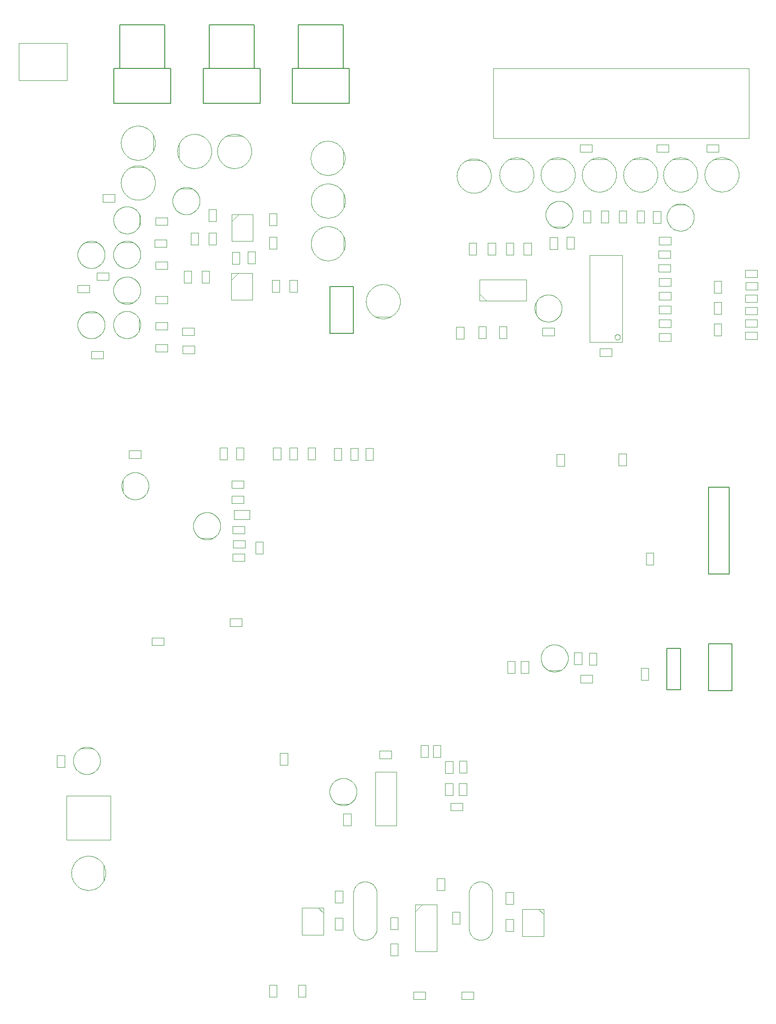
<source format=gbr>
%FSTAX44Y44*%
%MOMM*%
%SFA1B1*%

%IPPOS*%
%ADD78C,0.200000*%
%ADD108C,0.100000*%
%LNsega_801_remake_mechanical_13-1*%
%LPD*%
G54D78*
X00598499Y01902999D02*
Y01982999D01*
X00681499*
Y01902999D02*
Y01982999D01*
X00692499Y01837999D02*
Y01902999D01*
X00587499D02*
X00692499D01*
X00587499Y01837999D02*
Y01902999D01*
Y01837999D02*
X00692499D01*
X01520239Y00970659D02*
X01558239D01*
Y01130659*
X01520239D02*
X01558239D01*
X01520239Y00970659D02*
Y01130659D01*
X00821779Y01414599D02*
Y01500599D01*
X00864779*
Y01414599D02*
Y01500599D01*
X00821779Y01414599D02*
X00864779D01*
X0144272Y0075692D02*
X0146812D01*
Y0083312*
X0144272D02*
X0146812D01*
X0144272Y0075692D02*
Y0083312D01*
X00752499Y01837999D02*
X00857499D01*
X00752499D02*
Y01902999D01*
X00857499*
Y01837999D02*
Y01902999D01*
X00846499D02*
Y01982999D01*
X00763499D02*
X00846499D01*
X00763499Y01902999D02*
Y01982999D01*
X00433499Y01902999D02*
Y01982999D01*
X00516499*
Y01902999D02*
Y01982999D01*
X00527499Y01837999D02*
Y01902999D01*
X00422499D02*
X00527499D01*
X00422499Y01837999D02*
Y01902999D01*
Y01837999D02*
X00527499D01*
X01520279Y00755519D02*
Y00841519D01*
X01563279*
Y00755519D02*
Y00841519D01*
X01520279Y00755519D02*
X01563279D01*
G54D108*
X01356959Y01407279D02*
D01*
X01356947Y01407628*
X01356911Y01407975*
X0135685Y01408319*
X01356766Y01408658*
X01356658Y0140899*
X01356527Y01409313*
X01356374Y01409627*
X013562Y01409929*
X01356004Y01410218*
X0135579Y01410493*
X01355556Y01410753*
X01355305Y01410995*
X01355038Y01411219*
X01354755Y01411425*
X01354459Y0141161*
X01354151Y01411773*
X01353832Y01411915*
X01353505Y01412035*
X01353169Y01412131*
X01352828Y01412203*
X01352482Y01412252*
X01352134Y01412276*
X01351785*
X01351437Y01412252*
X01351091Y01412203*
X0135075Y01412131*
X01350414Y01412035*
X01350086Y01411915*
X01349767Y01411773*
X01349459Y0141161*
X01349163Y01411425*
X01348881Y01411219*
X01348614Y01410995*
X01348363Y01410753*
X01348129Y01410493*
X01347914Y01410218*
X01347719Y01409929*
X01347545Y01409627*
X01347392Y01409313*
X01347261Y0140899*
X01347153Y01408658*
X01347069Y01408319*
X01347008Y01407975*
X01346972Y01407628*
X01346959Y01407279*
X01346972Y01406931*
X01347008Y01406583*
X01347069Y0140624*
X01347153Y01405901*
X01347261Y01405569*
X01347392Y01405246*
X01347545Y01404932*
X01347719Y0140463*
X01347914Y0140434*
X01348129Y01404066*
X01348363Y01403806*
X01348614Y01403564*
X01348881Y01403339*
X01349163Y01403134*
X01349459Y01402949*
X01349767Y01402785*
X01350086Y01402643*
X01350414Y01402524*
X0135075Y01402428*
X01351091Y01402355*
X01351437Y01402307*
X01351785Y01402282*
X01352134*
X01352482Y01402307*
X01352828Y01402355*
X01353169Y01402428*
X01353505Y01402524*
X01353832Y01402643*
X01354151Y01402785*
X01354459Y01402949*
X01354755Y01403134*
X01355038Y01403339*
X01355305Y01403564*
X01355556Y01403806*
X0135579Y01404066*
X01356004Y0140434*
X013562Y0140463*
X01356374Y01404932*
X01356527Y01405246*
X01356658Y01405569*
X01356766Y01405901*
X0135685Y0140624*
X01356911Y01406583*
X01356947Y01406931*
X01356959Y01407279*
X01425959Y01706679D02*
D01*
X01425883Y01708877*
X01425653Y01711063*
X01425271Y01713228*
X01424739Y01715362*
X0142406Y01717453*
X01423236Y01719492*
X01422272Y01721468*
X01421173Y01723372*
X01419943Y01725195*
X0141859Y01726927*
X01417119Y01728561*
X01415537Y01730088*
X01413853Y01731502*
X01412074Y01732794*
X01410209Y01733959*
X01408268Y01734991*
X0140626Y01735886*
X01404193Y01736638*
X0140208Y01737244*
X01399929Y01737701*
X01397752Y01738007*
X01395559Y0173816*
X0139336*
X01391167Y01738007*
X01388989Y01737701*
X01386839Y01737244*
X01384725Y01736638*
X01382659Y01735886*
X01380651Y01734991*
X01378709Y01733959*
X01376845Y01732794*
X01375066Y01731502*
X01373382Y01730088*
X013718Y01728561*
X01370329Y01726927*
X01368975Y01725195*
X01367746Y01723372*
X01366647Y01721468*
X01365683Y01719492*
X01364859Y01717453*
X0136418Y01715362*
X01363648Y01713228*
X01363266Y01711063*
X01363036Y01708877*
X01362959Y01706679*
X01363036Y01704482*
X01363266Y01702295*
X01363648Y0170013*
X0136418Y01697997*
X01364859Y01695906*
X01365683Y01693867*
X01366647Y01691891*
X01367746Y01689987*
X01368975Y01688164*
X01370329Y01686431*
X013718Y01684798*
X01373382Y0168327*
X01375066Y01681857*
X01376845Y01680565*
X01378709Y01679399*
X01380651Y01678367*
X01382659Y01677473*
X01384725Y01676721*
X01386839Y01676115*
X01388989Y01675658*
X01391167Y01675352*
X0139336Y01675199*
X01395559*
X01397752Y01675352*
X01399929Y01675658*
X0140208Y01676115*
X01404193Y01676721*
X0140626Y01677473*
X01408268Y01678367*
X01410209Y01679399*
X01412074Y01680565*
X01413853Y01681857*
X01415537Y0168327*
X01417119Y01684798*
X0141859Y01686431*
X01419943Y01688164*
X01421173Y01689987*
X01422272Y01691891*
X01423236Y01693867*
X0142406Y01695906*
X01424739Y01697997*
X01425271Y0170013*
X01425653Y01702295*
X01425883Y01704482*
X01425959Y01706679*
X01078119Y00317369D02*
D01*
X01078172Y00315856*
X01078331Y00314349*
X01078593Y00312858*
X0107896Y00311388*
X01079428Y00309948*
X01079996Y00308543*
X0108066Y00307182*
X01081417Y0030587*
X01082264Y00304614*
X01083196Y00303421*
X0108421Y00302295*
X01085299Y00301243*
X0108646Y0030027*
X01087685Y00299379*
X01088969Y00298577*
X01090307Y00297866*
X0109169Y0029725*
X01093114Y00296731*
X0109457Y00296314*
X01096051Y00295999*
X01097551Y00295788*
X01099062Y00295683*
X01100577*
X01102088Y00295788*
X01103588Y00295999*
X01105069Y00296314*
X01106525Y00296731*
X01107948Y0029725*
X01109332Y00297866*
X01110669Y00298577*
X01111954Y00299379*
X01113179Y0030027*
X01114339Y00301243*
X01115429Y00302295*
X01116443Y00303421*
X01117375Y00304614*
X01118222Y0030587*
X01118979Y00307182*
X01119643Y00308543*
X01120211Y00309948*
X01120679Y00311388*
X01121045Y00312858*
X01121308Y00314349*
X01121466Y00315856*
X01121519Y00317369*
Y00381669D02*
D01*
X01121466Y00383183*
X01121308Y00384689*
X01121045Y00386181*
X01120679Y00387651*
X01120211Y00389091*
X01119643Y00390496*
X01118979Y00391857*
X01118222Y00393169*
X01117375Y00394424*
X01116443Y00395618*
X01115429Y00396743*
X01114339Y00397796*
X01113179Y00398769*
X01111954Y0039966*
X01110669Y00400462*
X01109332Y00401173*
X01107948Y00401789*
X01106525Y00402307*
X01105069Y00402725*
X01103588Y0040304*
X01102088Y0040325*
X01100577Y00403356*
X01099062*
X01097551Y0040325*
X01096051Y0040304*
X0109457Y00402725*
X01093114Y00402307*
X0109169Y00401789*
X01090307Y00401173*
X01088969Y00400462*
X01087685Y0039966*
X0108646Y00398769*
X01085299Y00397796*
X0108421Y00396743*
X01083196Y00395618*
X01082264Y00394424*
X01081417Y00393169*
X0108066Y00391857*
X01079996Y00390496*
X01079428Y00389091*
X0107896Y00387651*
X01078593Y00386181*
X01078331Y00384689*
X01078172Y00383183*
X01078119Y00381669*
X01249279Y014605D02*
D01*
X01249218Y01462243*
X01249036Y01463979*
X01248733Y01465697*
X01248311Y0146739*
X01247772Y0146905*
X01247118Y01470668*
X01246353Y01472236*
X01245481Y01473747*
X01244505Y01475194*
X01243431Y01476569*
X01242263Y01477866*
X01241008Y01479078*
X01239671Y014802*
X01238259Y01481225*
X01236779Y0148215*
X01235239Y01482969*
X01233644Y01483679*
X01232005Y01484276*
X01230327Y01484757*
X01228621Y01485119*
X01226893Y01485363*
X01225152Y01485484*
X01223407*
X01221666Y01485363*
X01219938Y01485119*
X01218231Y01484757*
X01216554Y01484276*
X01214914Y01483679*
X0121332Y01482969*
X01211779Y0148215*
X012103Y01481225*
X01208888Y014802*
X01207551Y01479078*
X01206296Y01477866*
X01205128Y01476569*
X01204054Y01475194*
X01203078Y01473747*
X01202206Y01472236*
X01201441Y01470668*
X01200787Y0146905*
X01200248Y0146739*
X01199826Y01465697*
X01199523Y01463979*
X0119934Y01462243*
X01199279Y014605*
X0119934Y01458756*
X01199523Y0145702*
X01199826Y01455302*
X01200248Y01453608*
X01200787Y01451949*
X01201441Y01450331*
X01202206Y01448763*
X01203078Y01447251*
X01204054Y01445805*
X01205128Y0144443*
X01206296Y01443133*
X01207551Y01441921*
X01208888Y01440799*
X012103Y01439773*
X01211779Y01438849*
X0121332Y0143803*
X01214914Y0143732*
X01216554Y01436723*
X01218231Y01436242*
X01219938Y01435879*
X01221666Y01435636*
X01223407Y01435515*
X01225152*
X01226893Y01435636*
X01228621Y01435879*
X01230327Y01436242*
X01232005Y01436723*
X01233644Y0143732*
X01235239Y0143803*
X01236779Y01438849*
X01238259Y01439773*
X01239671Y01440799*
X01241008Y01441921*
X01242263Y01443133*
X01243431Y0144443*
X01244505Y01445805*
X01245481Y01447251*
X01246353Y01448763*
X01247118Y01450331*
X01247772Y01451949*
X01248311Y01453608*
X01248733Y01455302*
X01249036Y0145702*
X01249218Y01458756*
X01249279Y014605*
X00498859Y017653D02*
D01*
X00498783Y01767497*
X00498553Y01769683*
X00498171Y01771849*
X00497639Y01773982*
X0049696Y01776073*
X00496136Y01778112*
X00495172Y01780088*
X00494073Y01781992*
X00492843Y01783815*
X0049149Y01785547*
X00490019Y01787181*
X00488437Y01788708*
X00486753Y01790122*
X00484974Y01791414*
X00483109Y01792579*
X00481168Y01793611*
X0047916Y01794506*
X00477093Y01795258*
X0047498Y01795864*
X00472829Y01796321*
X00470652Y01796627*
X00468459Y0179678*
X0046626*
X00464067Y01796627*
X00461889Y01796321*
X00459739Y01795864*
X00457625Y01795258*
X00455559Y01794506*
X00453551Y01793611*
X00451609Y01792579*
X00449745Y01791414*
X00447966Y01790122*
X00446282Y01788708*
X004447Y01787181*
X00443229Y01785547*
X00441875Y01783815*
X00440646Y01781992*
X00439547Y01780088*
X00438583Y01778112*
X00437759Y01776073*
X0043708Y01773982*
X00436548Y01771849*
X00436166Y01769683*
X00435936Y01767497*
X00435859Y017653*
X00435936Y01763102*
X00436166Y01760915*
X00436548Y0175875*
X0043708Y01756617*
X00437759Y01754526*
X00438583Y01752487*
X00439547Y01750511*
X00440646Y01748607*
X00441875Y01746784*
X00443229Y01745052*
X004447Y01743418*
X00446282Y0174189*
X00447966Y01740477*
X00449745Y01739185*
X00451609Y0173802*
X00453551Y01736987*
X00455559Y01736093*
X00457625Y01735341*
X00459739Y01734735*
X00461889Y01734278*
X00464067Y01733972*
X0046626Y01733818*
X00468459*
X00470652Y01733972*
X00472829Y01734278*
X0047498Y01734735*
X00477093Y01735341*
X0047916Y01736093*
X00481168Y01736987*
X00483109Y0173802*
X00484974Y01739185*
X00486753Y01740477*
X00488437Y0174189*
X00490019Y01743418*
X0049149Y01745052*
X00492843Y01746784*
X00494073Y01748607*
X00495172Y01750511*
X00496136Y01752487*
X0049696Y01754526*
X00497639Y01756617*
X00498171Y0175875*
X00498553Y01760915*
X00498783Y01763102*
X00498859Y017653*
X00870819Y0056896D02*
D01*
X00870758Y00570703*
X00870576Y00572439*
X00870273Y00574157*
X00869851Y0057585*
X00869312Y0057751*
X00868658Y00579128*
X00867893Y00580696*
X00867021Y00582207*
X00866045Y00583654*
X00864971Y00585029*
X00863803Y00586326*
X00862548Y00587538*
X00861211Y0058866*
X00859799Y00589685*
X00858319Y0059061*
X00856779Y00591429*
X00855184Y00592139*
X00853545Y00592736*
X00851867Y00593217*
X00850161Y00593579*
X00848433Y00593823*
X00846692Y00593944*
X00844947*
X00843206Y00593823*
X00841478Y00593579*
X00839771Y00593217*
X00838094Y00592736*
X00836454Y00592139*
X0083486Y00591429*
X00833319Y0059061*
X0083184Y00589685*
X00830428Y0058866*
X00829091Y00587538*
X00827836Y00586326*
X00826668Y00585029*
X00825594Y00583654*
X00824618Y00582207*
X00823746Y00580696*
X00822981Y00579128*
X00822327Y0057751*
X00821788Y0057585*
X00821366Y00574157*
X00821063Y00572439*
X0082088Y00570703*
X00820819Y0056896*
X0082088Y00567216*
X00821063Y0056548*
X00821366Y00563762*
X00821788Y00562068*
X00822327Y00560409*
X00822981Y00558791*
X00823746Y00557223*
X00824618Y00555711*
X00825594Y00554265*
X00826668Y0055289*
X00827836Y00551593*
X00829091Y00550381*
X00830428Y00549259*
X0083184Y00548233*
X00833319Y00547309*
X0083486Y0054649*
X00836454Y0054578*
X00838094Y00545183*
X00839771Y00544702*
X00841478Y00544339*
X00843206Y00544096*
X00844947Y00543975*
X00846692*
X00848433Y00544096*
X00850161Y00544339*
X00851867Y00544702*
X00853545Y00545183*
X00855184Y0054578*
X00856779Y0054649*
X00858319Y00547309*
X00859799Y00548233*
X00861211Y00549259*
X00862548Y00550381*
X00863803Y00551593*
X00864971Y0055289*
X00866045Y00554265*
X00867021Y00555711*
X00867893Y00557223*
X00868658Y00558791*
X00869312Y00560409*
X00869851Y00562068*
X00870273Y00563762*
X00870576Y0056548*
X00870758Y00567216*
X00870819Y0056896*
X01118619Y01704539D02*
D01*
X01118543Y01706737*
X01118313Y01708923*
X01117931Y01711089*
X01117399Y01713222*
X0111672Y01715313*
X01115896Y01717352*
X01114932Y01719328*
X01113833Y01721232*
X01112603Y01723055*
X0111125Y01724787*
X01109779Y01726421*
X01108197Y01727949*
X01106513Y01729362*
X01104734Y01730654*
X01102869Y01731819*
X01100928Y01732852*
X0109892Y01733746*
X01096853Y01734498*
X0109474Y01735104*
X01092589Y01735561*
X01090412Y01735867*
X01088219Y0173602*
X0108602*
X01083827Y01735867*
X01081649Y01735561*
X01079499Y01735104*
X01077385Y01734498*
X01075319Y01733746*
X01073311Y01732852*
X01071369Y01731819*
X01069505Y01730654*
X01067726Y01729362*
X01066042Y01727949*
X0106446Y01726421*
X01062989Y01724787*
X01061635Y01723055*
X01060406Y01721232*
X01059307Y01719328*
X01058343Y01717352*
X01057519Y01715313*
X0105684Y01713222*
X01056308Y01711089*
X01055926Y01708923*
X01055696Y01706737*
X01055619Y01704539*
X01055696Y01702342*
X01055926Y01700155*
X01056308Y0169799*
X0105684Y01695857*
X01057519Y01693766*
X01058343Y01691727*
X01059307Y01689751*
X01060406Y01687847*
X01061635Y01686024*
X01062989Y01684292*
X0106446Y01682658*
X01066042Y0168113*
X01067726Y01679717*
X01069505Y01678425*
X01071369Y0167726*
X01073311Y01676227*
X01075319Y01675333*
X01077385Y01674581*
X01079499Y01673975*
X01081649Y01673518*
X01083827Y01673212*
X0108602Y01673059*
X01088219*
X01090412Y01673212*
X01092589Y01673518*
X0109474Y01673975*
X01096853Y01674581*
X0109892Y01675333*
X01100928Y01676227*
X01102869Y0167726*
X01104734Y01678425*
X01106513Y01679717*
X01108197Y0168113*
X01109779Y01682658*
X0111125Y01684292*
X01112603Y01686024*
X01113833Y01687847*
X01114932Y01689751*
X01115896Y01691727*
X0111672Y01693766*
X01117399Y01695857*
X01117931Y0169799*
X01118313Y01700155*
X01118543Y01702342*
X01118619Y01704539*
X00849179Y0173736D02*
D01*
X00849103Y01739557*
X00848873Y01741743*
X00848491Y01743909*
X00847959Y01746042*
X0084728Y01748133*
X00846456Y01750172*
X00845492Y01752148*
X00844393Y01754052*
X00843163Y01755875*
X0084181Y01757607*
X00840339Y01759241*
X00838757Y01760768*
X00837073Y01762182*
X00835294Y01763474*
X00833429Y01764639*
X00831488Y01765671*
X00829479Y01766566*
X00827413Y01767318*
X008253Y01767924*
X00823149Y01768381*
X00820972Y01768687*
X00818779Y0176884*
X0081658*
X00814387Y01768687*
X00812209Y01768381*
X00810059Y01767924*
X00807945Y01767318*
X00805879Y01766566*
X00803871Y01765671*
X00801929Y01764639*
X00800065Y01763474*
X00798286Y01762182*
X00796602Y01760768*
X0079502Y01759241*
X00793549Y01757607*
X00792195Y01755875*
X00790966Y01754052*
X00789867Y01752148*
X00788903Y01750172*
X00788079Y01748133*
X007874Y01746042*
X00786868Y01743909*
X00786486Y01741743*
X00786256Y01739557*
X00786179Y0173736*
X00786256Y01735162*
X00786486Y01732975*
X00786868Y0173081*
X007874Y01728677*
X00788079Y01726586*
X00788903Y01724547*
X00789867Y01722571*
X00790966Y01720667*
X00792195Y01718844*
X00793549Y01717112*
X0079502Y01715478*
X00796602Y0171395*
X00798286Y01712537*
X00800065Y01711245*
X00801929Y0171008*
X00803871Y01709047*
X00805879Y01708153*
X00807945Y01707401*
X00810059Y01706795*
X00812209Y01706338*
X00814387Y01706032*
X0081658Y01705878*
X00818779*
X00820972Y01706032*
X00823149Y01706338*
X008253Y01706795*
X00827413Y01707401*
X00829479Y01708153*
X00831488Y01709047*
X00833429Y0171008*
X00835294Y01711245*
X00837073Y01712537*
X00838757Y0171395*
X00840339Y01715478*
X0084181Y01717112*
X00843163Y01718844*
X00844393Y01720667*
X00845492Y01722571*
X00846456Y01724547*
X0084728Y01726586*
X00847959Y01728677*
X00848491Y0173081*
X00848873Y01732975*
X00849103Y01735162*
X00849179Y0173736*
X00849579Y0157988D02*
D01*
X00849503Y01582077*
X00849273Y01584263*
X00848891Y01586429*
X00848359Y01588562*
X0084768Y01590653*
X00846856Y01592692*
X00845892Y01594668*
X00844793Y01596572*
X00843563Y01598395*
X0084221Y01600127*
X00840738Y01601761*
X00839157Y01603288*
X00837473Y01604702*
X00835694Y01605994*
X00833829Y01607159*
X00831888Y01608191*
X00829879Y01609086*
X00827813Y01609838*
X008257Y01610444*
X00823549Y01610901*
X00821372Y01611207*
X00819179Y0161136*
X0081698*
X00814787Y01611207*
X0081261Y01610901*
X00810459Y01610444*
X00808345Y01609838*
X00806279Y01609086*
X00804271Y01608191*
X00802329Y01607159*
X00800465Y01605994*
X00798686Y01604702*
X00797002Y01603288*
X0079542Y01601761*
X00793949Y01600127*
X00792595Y01598395*
X00791366Y01596572*
X00790266Y01594668*
X00789303Y01592692*
X00788479Y01590653*
X007878Y01588562*
X00787268Y01586429*
X00786886Y01584263*
X00786656Y01582077*
X00786579Y0157988*
X00786656Y01577682*
X00786886Y01575495*
X00787268Y0157333*
X007878Y01571197*
X00788479Y01569106*
X00789303Y01567067*
X00790266Y01565091*
X00791366Y01563187*
X00792595Y01561364*
X00793949Y01559632*
X0079542Y01557998*
X00797002Y0155647*
X00798686Y01555057*
X00800465Y01553765*
X00802329Y015526*
X00804271Y01551567*
X00806279Y01550673*
X00808345Y01549921*
X00810459Y01549315*
X0081261Y01548858*
X00814787Y01548552*
X0081698Y01548398*
X00819179*
X00821372Y01548552*
X00823549Y01548858*
X008257Y01549315*
X00827813Y01549921*
X00829879Y01550673*
X00831888Y01551567*
X00833829Y015526*
X00835694Y01553765*
X00837473Y01555057*
X00839157Y0155647*
X00840738Y01557998*
X0084221Y01559632*
X00843563Y01561364*
X00844793Y01563187*
X00845892Y01565091*
X00846856Y01567067*
X0084768Y01569106*
X00848359Y01571197*
X00848891Y0157333*
X00849273Y01575495*
X00849503Y01577682*
X00849579Y0157988*
X01273559Y01706679D02*
D01*
X01273483Y01708877*
X01273253Y01711063*
X01272871Y01713228*
X01272339Y01715362*
X0127166Y01717453*
X01270836Y01719492*
X01269872Y01721468*
X01268773Y01723372*
X01267543Y01725195*
X0126619Y01726927*
X01264719Y01728561*
X01263137Y01730088*
X01261453Y01731502*
X01259674Y01732794*
X01257809Y01733959*
X01255868Y01734991*
X0125386Y01735886*
X01251793Y01736638*
X0124968Y01737244*
X01247529Y01737701*
X01245352Y01738007*
X01243159Y0173816*
X0124096*
X01238767Y01738007*
X01236589Y01737701*
X01234439Y01737244*
X01232325Y01736638*
X01230259Y01735886*
X01228251Y01734991*
X01226309Y01733959*
X01224445Y01732794*
X01222666Y01731502*
X01220982Y01730088*
X012194Y01728561*
X01217929Y01726927*
X01216575Y01725195*
X01215346Y01723372*
X01214247Y01721468*
X01213283Y01719492*
X01212459Y01717453*
X0121178Y01715362*
X01211248Y01713228*
X01210866Y01711063*
X01210636Y01708877*
X01210559Y01706679*
X01210636Y01704482*
X01210866Y01702295*
X01211248Y0170013*
X0121178Y01697997*
X01212459Y01695906*
X01213283Y01693867*
X01214247Y01691891*
X01215346Y01689987*
X01216575Y01688164*
X01217929Y01686431*
X012194Y01684798*
X01220982Y0168327*
X01222666Y01681857*
X01224445Y01680565*
X01226309Y01679399*
X01228251Y01678367*
X01230259Y01677473*
X01232325Y01676721*
X01234439Y01676115*
X01236589Y01675658*
X01238767Y01675352*
X0124096Y01675199*
X01243159*
X01245352Y01675352*
X01247529Y01675658*
X0124968Y01676115*
X01251793Y01676721*
X0125386Y01677473*
X01255868Y01678367*
X01257809Y01679399*
X01259674Y01680565*
X01261453Y01681857*
X01263137Y0168327*
X01264719Y01684798*
X0126619Y01686431*
X01267543Y01688164*
X01268773Y01689987*
X01269872Y01691891*
X01270836Y01693867*
X0127166Y01695906*
X01272339Y01697997*
X01272871Y0170013*
X01273253Y01702295*
X01273483Y01704482*
X01273559Y01706679*
X00472039Y01559399D02*
D01*
X00471978Y01561143*
X00471796Y01562879*
X00471493Y01564597*
X00471071Y0156629*
X00470532Y0156795*
X00469878Y01569568*
X00469113Y01571136*
X00468241Y01572647*
X00467265Y01574094*
X00466191Y01575469*
X00465023Y01576766*
X00463768Y01577978*
X00462431Y015791*
X00461019Y01580125*
X00459539Y0158105*
X00457999Y01581869*
X00456404Y01582579*
X00454765Y01583176*
X00453087Y01583657*
X00451381Y01584019*
X00449653Y01584263*
X00447912Y01584384*
X00446167*
X00444426Y01584263*
X00442698Y01584019*
X00440991Y01583657*
X00439314Y01583176*
X00437674Y01582579*
X0043608Y01581869*
X00434539Y0158105*
X0043306Y01580125*
X00431648Y015791*
X00430311Y01577978*
X00429056Y01576766*
X00427888Y01575469*
X00426814Y01574094*
X00425838Y01572647*
X00424966Y01571136*
X00424201Y01569568*
X00423547Y0156795*
X00423008Y0156629*
X00422586Y01564597*
X00422283Y01562879*
X004221Y01561143*
X00422039Y01559399*
X004221Y01557656*
X00422283Y0155592*
X00422586Y01554202*
X00423008Y01552508*
X00423547Y01550849*
X00424201Y01549231*
X00424966Y01547663*
X00425838Y01546151*
X00426814Y01544705*
X00427888Y0154333*
X00429056Y01542033*
X00430311Y01540821*
X00431648Y01539699*
X0043306Y01538673*
X00434539Y01537749*
X0043608Y0153693*
X00437674Y0153622*
X00439314Y01535623*
X00440991Y01535142*
X00442698Y01534779*
X00444426Y01534536*
X00446167Y01534415*
X00447912*
X00449653Y01534536*
X00451381Y01534779*
X00453087Y01535142*
X00454765Y01535623*
X00456404Y0153622*
X00457999Y0153693*
X00459539Y01537749*
X00461019Y01538673*
X00462431Y01539699*
X00463768Y01540821*
X00465023Y01542033*
X00466191Y0154333*
X00467265Y01544705*
X00468241Y01546151*
X00469113Y01547663*
X00469878Y01549231*
X00470532Y01550849*
X00471071Y01552508*
X00471493Y01554202*
X00471796Y0155592*
X00471978Y01557656*
X00472039Y01559399*
X00471879Y0143002D02*
D01*
X00471818Y01431763*
X00471636Y01433499*
X00471333Y01435217*
X00470911Y0143691*
X00470372Y0143857*
X00469718Y01440188*
X00468953Y01441756*
X00468081Y01443267*
X00467105Y01444714*
X00466031Y01446089*
X00464863Y01447386*
X00463608Y01448598*
X00462271Y0144972*
X00460859Y01450745*
X00459379Y0145167*
X00457839Y01452489*
X00456244Y01453199*
X00454605Y01453796*
X00452927Y01454277*
X00451221Y01454639*
X00449493Y01454883*
X00447752Y01455004*
X00446007*
X00444266Y01454883*
X00442538Y01454639*
X00440831Y01454277*
X00439154Y01453796*
X00437514Y01453199*
X0043592Y01452489*
X00434379Y0145167*
X004329Y01450745*
X00431488Y0144972*
X00430151Y01448598*
X00428896Y01447386*
X00427728Y01446089*
X00426654Y01444714*
X00425678Y01443267*
X00424806Y01441756*
X00424041Y01440188*
X00423387Y0143857*
X00422848Y0143691*
X00422426Y01435217*
X00422123Y01433499*
X0042194Y01431763*
X00421879Y0143002*
X0042194Y01428276*
X00422123Y0142654*
X00422426Y01424822*
X00422848Y01423128*
X00423387Y01421469*
X00424041Y01419851*
X00424806Y01418283*
X00425678Y01416771*
X00426654Y01415325*
X00427728Y0141395*
X00428896Y01412653*
X00430151Y01411441*
X00431488Y01410319*
X004329Y01409293*
X00434379Y01408369*
X0043592Y0140755*
X00437514Y0140684*
X00439154Y01406243*
X00440831Y01405762*
X00442538Y01405399*
X00444266Y01405156*
X00446007Y01405035*
X00447752*
X00449493Y01405156*
X00451221Y01405399*
X00452927Y01405762*
X00454605Y01406243*
X00456244Y0140684*
X00457839Y0140755*
X00459379Y01408369*
X00460859Y01409293*
X00462271Y01410319*
X00463608Y01411441*
X00464863Y01412653*
X00466031Y0141395*
X00467105Y01415325*
X00468081Y01416771*
X00468953Y01418283*
X00469718Y01419851*
X00470372Y01421469*
X00470911Y01423128*
X00471333Y01424822*
X00471636Y0142654*
X00471818Y01428276*
X00471879Y0143002*
X00472039Y01493359D02*
D01*
X00471978Y01495103*
X00471796Y01496839*
X00471493Y01498557*
X00471071Y0150025*
X00470532Y0150191*
X00469878Y01503528*
X00469113Y01505096*
X00468241Y01506607*
X00467265Y01508054*
X00466191Y01509429*
X00465023Y01510726*
X00463768Y01511938*
X00462431Y0151306*
X00461019Y01514085*
X00459539Y0151501*
X00457999Y01515829*
X00456404Y01516539*
X00454765Y01517136*
X00453087Y01517617*
X00451381Y01517979*
X00449653Y01518223*
X00447912Y01518344*
X00446167*
X00444426Y01518223*
X00442698Y01517979*
X00440991Y01517617*
X00439314Y01517136*
X00437674Y01516539*
X0043608Y01515829*
X00434539Y0151501*
X0043306Y01514085*
X00431648Y0151306*
X00430311Y01511938*
X00429056Y01510726*
X00427888Y01509429*
X00426814Y01508054*
X00425838Y01506607*
X00424966Y01505096*
X00424201Y01503528*
X00423547Y0150191*
X00423008Y0150025*
X00422586Y01498557*
X00422283Y01496839*
X004221Y01495103*
X00422039Y01493359*
X004221Y01491616*
X00422283Y0148988*
X00422586Y01488162*
X00423008Y01486468*
X00423547Y01484809*
X00424201Y01483191*
X00424966Y01481623*
X00425838Y01480111*
X00426814Y01478665*
X00427888Y0147729*
X00429056Y01475993*
X00430311Y01474781*
X00431648Y01473659*
X0043306Y01472633*
X00434539Y01471709*
X0043608Y0147089*
X00437674Y0147018*
X00439314Y01469583*
X00440991Y01469102*
X00442698Y01468739*
X00444426Y01468496*
X00446167Y01468375*
X00447912*
X00449653Y01468496*
X00451381Y01468739*
X00453087Y01469102*
X00454765Y01469583*
X00456404Y0147018*
X00457999Y0147089*
X00459539Y01471709*
X00461019Y01472633*
X00462431Y01473659*
X00463768Y01474781*
X00465023Y01475993*
X00466191Y0147729*
X00467265Y01478665*
X00468241Y01480111*
X00469113Y01481623*
X00469878Y01483191*
X00470532Y01484809*
X00471071Y01486468*
X00471493Y01488162*
X00471796Y0148988*
X00471978Y01491616*
X00472039Y01493359*
X00405999Y01429859D02*
D01*
X00405938Y01431603*
X00405756Y01433339*
X00405453Y01435057*
X00405031Y0143675*
X00404492Y0143841*
X00403838Y01440028*
X00403073Y01441596*
X00402201Y01443107*
X00401225Y01444554*
X00400151Y01445929*
X00398983Y01447226*
X00397728Y01448438*
X00396391Y0144956*
X00394979Y01450585*
X00393499Y0145151*
X00391959Y01452329*
X00390364Y01453039*
X00388725Y01453636*
X00387047Y01454117*
X00385341Y01454479*
X00383613Y01454723*
X00381872Y01454844*
X00380127*
X00378386Y01454723*
X00376658Y01454479*
X00374951Y01454117*
X00373274Y01453636*
X00371634Y01453039*
X0037004Y01452329*
X00368499Y0145151*
X0036702Y01450585*
X00365608Y0144956*
X00364271Y01448438*
X00363016Y01447226*
X00361848Y01445929*
X00360774Y01444554*
X00359798Y01443107*
X00358926Y01441596*
X00358161Y01440028*
X00357507Y0143841*
X00356968Y0143675*
X00356546Y01435057*
X00356243Y01433339*
X0035606Y01431603*
X00355999Y01429859*
X0035606Y01428116*
X00356243Y0142638*
X00356546Y01424662*
X00356968Y01422968*
X00357507Y01421309*
X00358161Y01419691*
X00358926Y01418123*
X00359798Y01416611*
X00360774Y01415165*
X00361848Y0141379*
X00363016Y01412493*
X00364271Y01411281*
X00365608Y01410159*
X0036702Y01409133*
X00368499Y01408209*
X0037004Y0140739*
X00371634Y0140668*
X00373274Y01406083*
X00374951Y01405602*
X00376658Y01405239*
X00378386Y01404996*
X00380127Y01404875*
X00381872*
X00383613Y01404996*
X00385341Y01405239*
X00387047Y01405602*
X00388725Y01406083*
X00390364Y0140668*
X00391959Y0140739*
X00393499Y01408209*
X00394979Y01409133*
X00396391Y01410159*
X00397728Y01411281*
X00398983Y01412493*
X00400151Y0141379*
X00401225Y01415165*
X00402201Y01416611*
X00403073Y01418123*
X00403838Y01419691*
X00404492Y01421309*
X00405031Y01422968*
X00405453Y01424662*
X00405756Y0142638*
X00405938Y01428116*
X00405999Y01429859*
X00676659Y0175006D02*
D01*
X00676583Y01752257*
X00676353Y01754443*
X00675971Y01756609*
X00675439Y01758742*
X0067476Y01760833*
X00673936Y01762872*
X00672972Y01764848*
X00671873Y01766752*
X00670643Y01768575*
X0066929Y01770307*
X00667819Y01771941*
X00666237Y01773468*
X00664553Y01774882*
X00662774Y01776174*
X00660909Y01777339*
X00658968Y01778371*
X0065696Y01779266*
X00654893Y01780018*
X0065278Y01780624*
X00650629Y01781081*
X00648452Y01781387*
X00646259Y0178154*
X0064406*
X00641867Y01781387*
X00639689Y01781081*
X00637539Y01780624*
X00635425Y01780018*
X00633359Y01779266*
X00631351Y01778371*
X00629409Y01777339*
X00627545Y01776174*
X00625766Y01774882*
X00624082Y01773468*
X006225Y01771941*
X00621029Y01770307*
X00619675Y01768575*
X00618446Y01766752*
X00617347Y01764848*
X00616383Y01762872*
X00615559Y01760833*
X0061488Y01758742*
X00614348Y01756609*
X00613966Y01754443*
X00613736Y01752257*
X00613659Y0175006*
X00613736Y01747862*
X00613966Y01745675*
X00614348Y0174351*
X0061488Y01741377*
X00615559Y01739286*
X00616383Y01737247*
X00617347Y01735271*
X00618446Y01733367*
X00619675Y01731544*
X00621029Y01729812*
X006225Y01728178*
X00624082Y0172665*
X00625766Y01725237*
X00627545Y01723945*
X00629409Y0172278*
X00631351Y01721747*
X00633359Y01720853*
X00635425Y01720101*
X00637539Y01719495*
X00639689Y01719038*
X00641867Y01718732*
X0064406Y01718578*
X00646259*
X00648452Y01718732*
X00650629Y01719038*
X0065278Y01719495*
X00654893Y01720101*
X0065696Y01720853*
X00658968Y01721747*
X00660909Y0172278*
X00662774Y01723945*
X00664553Y01725237*
X00666237Y0172665*
X00667819Y01728178*
X0066929Y01729812*
X00670643Y01731544*
X00671873Y01733367*
X00672972Y01735271*
X00673936Y01737247*
X0067476Y01739286*
X00675439Y01741377*
X00675971Y0174351*
X00676353Y01745675*
X00676583Y01747862*
X00676659Y0175006*
X00602999D02*
D01*
X00602923Y01752257*
X00602693Y01754443*
X00602311Y01756609*
X00601779Y01758742*
X006011Y01760833*
X00600276Y01762872*
X00599312Y01764848*
X00598213Y01766752*
X00596983Y01768575*
X0059563Y01770307*
X00594159Y01771941*
X00592577Y01773468*
X00590893Y01774882*
X00589114Y01776174*
X00587249Y01777339*
X00585308Y01778371*
X005833Y01779266*
X00581233Y01780018*
X0057912Y01780624*
X00576969Y01781081*
X00574792Y01781387*
X00572599Y0178154*
X005704*
X00568207Y01781387*
X00566029Y01781081*
X00563879Y01780624*
X00561765Y01780018*
X00559699Y01779266*
X00557691Y01778371*
X00555749Y01777339*
X00553885Y01776174*
X00552106Y01774882*
X00550422Y01773468*
X0054884Y01771941*
X00547369Y01770307*
X00546015Y01768575*
X00544786Y01766752*
X00543687Y01764848*
X00542723Y01762872*
X00541899Y01760833*
X0054122Y01758742*
X00540688Y01756609*
X00540306Y01754443*
X00540076Y01752257*
X00539999Y0175006*
X00540076Y01747862*
X00540306Y01745675*
X00540688Y0174351*
X0054122Y01741377*
X00541899Y01739286*
X00542723Y01737247*
X00543687Y01735271*
X00544786Y01733367*
X00546015Y01731544*
X00547369Y01729812*
X0054884Y01728178*
X00550422Y0172665*
X00552106Y01725237*
X00553885Y01723945*
X00555749Y0172278*
X00557691Y01721747*
X00559699Y01720853*
X00561765Y01720101*
X00563879Y01719495*
X00566029Y01719038*
X00568207Y01718732*
X005704Y01718578*
X00572599*
X00574792Y01718732*
X00576969Y01719038*
X0057912Y01719495*
X00581233Y01720101*
X005833Y01720853*
X00585308Y01721747*
X00587249Y0172278*
X00589114Y01723945*
X00590893Y01725237*
X00592577Y0172665*
X00594159Y01728178*
X0059563Y01729812*
X00596983Y01731544*
X00598213Y01733367*
X00599312Y01735271*
X00600276Y01737247*
X006011Y01739286*
X00601779Y01741377*
X00602311Y0174351*
X00602693Y01745675*
X00602923Y01747862*
X00602999Y0175006*
X00472199Y0162306D02*
D01*
X00472139Y01624803*
X00471956Y01626539*
X00471653Y01628257*
X00471231Y0162995*
X00470692Y0163161*
X00470038Y01633228*
X00469273Y01634796*
X00468401Y01636307*
X00467425Y01637754*
X0046635Y01639129*
X00465183Y01640426*
X00463928Y01641638*
X00462591Y0164276*
X00461179Y01643785*
X00459699Y0164471*
X00458159Y01645529*
X00456565Y01646239*
X00454925Y01646836*
X00453248Y01647317*
X00451541Y01647679*
X00449813Y01647923*
X00448072Y01648044*
X00446327*
X00444586Y01647923*
X00442858Y01647679*
X00441151Y01647317*
X00439474Y01646836*
X00437834Y01646239*
X0043624Y01645529*
X00434699Y0164471*
X0043322Y01643785*
X00431808Y0164276*
X00430471Y01641638*
X00429216Y01640426*
X00428048Y01639129*
X00426974Y01637754*
X00425998Y01636307*
X00425126Y01634796*
X00424361Y01633228*
X00423707Y0163161*
X00423168Y0162995*
X00422746Y01628257*
X00422443Y01626539*
X0042226Y01624803*
X00422199Y0162306*
X0042226Y01621316*
X00422443Y0161958*
X00422746Y01617862*
X00423168Y01616168*
X00423707Y01614509*
X00424361Y01612891*
X00425126Y01611323*
X00425998Y01609811*
X00426974Y01608365*
X00428048Y0160699*
X00429216Y01605693*
X00430471Y01604481*
X00431808Y01603359*
X0043322Y01602333*
X00434699Y01601409*
X0043624Y0160059*
X00437834Y0159988*
X00439474Y01599283*
X00441151Y01598802*
X00442858Y01598439*
X00444586Y01598196*
X00446327Y01598075*
X00448072*
X00449813Y01598196*
X00451541Y01598439*
X00453248Y01598802*
X00454925Y01599283*
X00456565Y0159988*
X00458159Y0160059*
X00459699Y01601409*
X00461179Y01602333*
X00462591Y01603359*
X00463928Y01604481*
X00465183Y01605693*
X0046635Y0160699*
X00467425Y01608365*
X00468401Y01609811*
X00469273Y01611323*
X00470038Y01612891*
X00470692Y01614509*
X00471231Y01616168*
X00471653Y01617862*
X00471956Y0161958*
X00472139Y01621316*
X00472199Y0162306*
X00405999Y01559399D02*
D01*
X00405938Y01561143*
X00405756Y01562879*
X00405453Y01564597*
X00405031Y0156629*
X00404492Y0156795*
X00403838Y01569568*
X00403073Y01571136*
X00402201Y01572647*
X00401225Y01574094*
X00400151Y01575469*
X00398983Y01576766*
X00397728Y01577978*
X00396391Y015791*
X00394979Y01580125*
X00393499Y0158105*
X00391959Y01581869*
X00390364Y01582579*
X00388725Y01583176*
X00387047Y01583657*
X00385341Y01584019*
X00383613Y01584263*
X00381872Y01584384*
X00380127*
X00378386Y01584263*
X00376658Y01584019*
X00374951Y01583657*
X00373274Y01583176*
X00371634Y01582579*
X0037004Y01581869*
X00368499Y0158105*
X0036702Y01580125*
X00365608Y015791*
X00364271Y01577978*
X00363016Y01576766*
X00361848Y01575469*
X00360774Y01574094*
X00359798Y01572647*
X00358926Y01571136*
X00358161Y01569568*
X00357507Y0156795*
X00356968Y0156629*
X00356546Y01564597*
X00356243Y01562879*
X0035606Y01561143*
X00355999Y01559399*
X0035606Y01557656*
X00356243Y0155592*
X00356546Y01554202*
X00356968Y01552508*
X00357507Y01550849*
X00358161Y01549231*
X00358926Y01547663*
X00359798Y01546151*
X00360774Y01544705*
X00361848Y0154333*
X00363016Y01542033*
X00364271Y01540821*
X00365608Y01539699*
X0036702Y01538673*
X00368499Y01537749*
X0037004Y0153693*
X00371634Y0153622*
X00373274Y01535623*
X00374951Y01535142*
X00376658Y01534779*
X00378386Y01534536*
X00380127Y01534415*
X00381872*
X00383613Y01534536*
X00385341Y01534779*
X00387047Y01535142*
X00388725Y01535623*
X00390364Y0153622*
X00391959Y0153693*
X00393499Y01537749*
X00394979Y01538673*
X00396391Y01539699*
X00397728Y01540821*
X00398983Y01542033*
X00400151Y0154333*
X00401225Y01544705*
X00402201Y01546151*
X00403073Y01547663*
X00403838Y01549231*
X00404492Y01550849*
X00405031Y01552508*
X00405453Y01554202*
X00405756Y0155592*
X00405938Y01557656*
X00405999Y01559399*
X01197359Y01706679D02*
D01*
X01197283Y01708877*
X01197053Y01711063*
X01196671Y01713228*
X01196139Y01715362*
X0119546Y01717453*
X01194636Y01719492*
X01193672Y01721468*
X01192573Y01723372*
X01191343Y01725195*
X0118999Y01726927*
X01188519Y01728561*
X01186937Y01730088*
X01185253Y01731502*
X01183474Y01732794*
X01181609Y01733959*
X01179668Y01734991*
X0117766Y01735886*
X01175593Y01736638*
X0117348Y01737244*
X01171329Y01737701*
X01169152Y01738007*
X01166959Y0173816*
X0116476*
X01162567Y01738007*
X01160389Y01737701*
X01158239Y01737244*
X01156125Y01736638*
X01154059Y01735886*
X01152051Y01734991*
X01150109Y01733959*
X01148245Y01732794*
X01146466Y01731502*
X01144782Y01730088*
X011432Y01728561*
X01141729Y01726927*
X01140375Y01725195*
X01139146Y01723372*
X01138047Y01721468*
X01137083Y01719492*
X01136259Y01717453*
X0113558Y01715362*
X01135048Y01713228*
X01134666Y01711063*
X01134436Y01708877*
X01134359Y01706679*
X01134436Y01704482*
X01134666Y01702295*
X01135048Y0170013*
X0113558Y01697997*
X01136259Y01695906*
X01137083Y01693867*
X01138047Y01691891*
X01139146Y01689987*
X01140375Y01688164*
X01141729Y01686431*
X011432Y01684798*
X01144782Y0168327*
X01146466Y01681857*
X01148245Y01680565*
X01150109Y01679399*
X01152051Y01678367*
X01154059Y01677473*
X01156125Y01676721*
X01158239Y01676115*
X01160389Y01675658*
X01162567Y01675352*
X0116476Y01675199*
X01166959*
X01169152Y01675352*
X01171329Y01675658*
X0117348Y01676115*
X01175593Y01676721*
X0117766Y01677473*
X01179668Y01678367*
X01181609Y01679399*
X01183474Y01680565*
X01185253Y01681857*
X01186937Y0168327*
X01188519Y01684798*
X0118999Y01686431*
X01191343Y01688164*
X01192573Y01689987*
X01193672Y01691891*
X01194636Y01693867*
X0119546Y01695906*
X01196139Y01697997*
X01196671Y0170013*
X01197053Y01702295*
X01197283Y01704482*
X01197359Y01706679*
X00498859Y01691839D02*
D01*
X00498783Y01694037*
X00498553Y01696223*
X00498171Y01698389*
X00497639Y01700522*
X0049696Y01702613*
X00496136Y01704652*
X00495172Y01706628*
X00494073Y01708532*
X00492843Y01710355*
X0049149Y01712087*
X00490019Y01713721*
X00488437Y01715249*
X00486753Y01716662*
X00484974Y01717954*
X00483109Y01719119*
X00481168Y01720152*
X0047916Y01721046*
X00477093Y01721798*
X0047498Y01722404*
X00472829Y01722861*
X00470652Y01723167*
X00468459Y0172332*
X0046626*
X00464067Y01723167*
X00461889Y01722861*
X00459739Y01722404*
X00457625Y01721798*
X00455559Y01721046*
X00453551Y01720152*
X00451609Y01719119*
X00449745Y01717954*
X00447966Y01716662*
X00446282Y01715249*
X004447Y01713721*
X00443229Y01712087*
X00441875Y01710355*
X00440646Y01708532*
X00439547Y01706628*
X00438583Y01704652*
X00437759Y01702613*
X0043708Y01700522*
X00436548Y01698389*
X00436166Y01696223*
X00435936Y01694037*
X00435859Y01691839*
X00435936Y01689642*
X00436166Y01687455*
X00436548Y0168529*
X0043708Y01683157*
X00437759Y01681066*
X00438583Y01679027*
X00439547Y01677051*
X00440646Y01675147*
X00441875Y01673324*
X00443229Y01671592*
X004447Y01669958*
X00446282Y0166843*
X00447966Y01667017*
X00449745Y01665725*
X00451609Y0166456*
X00453551Y01663527*
X00455559Y01662633*
X00457625Y01661881*
X00459739Y01661275*
X00461889Y01660818*
X00464067Y01660512*
X0046626Y01660359*
X00468459*
X00470652Y01660512*
X00472829Y01660818*
X0047498Y01661275*
X00477093Y01661881*
X0047916Y01662633*
X00481168Y01663527*
X00483109Y0166456*
X00484974Y01665725*
X00486753Y01667017*
X00488437Y0166843*
X00490019Y01669958*
X0049149Y01671592*
X00492843Y01673324*
X00494073Y01675147*
X00495172Y01677051*
X00496136Y01679027*
X0049696Y01681066*
X00497639Y01683157*
X00498171Y0168529*
X00498553Y01687455*
X00498783Y01689642*
X00498859Y01691839*
X01349759Y01706679D02*
D01*
X01349683Y01708877*
X01349453Y01711063*
X01349071Y01713228*
X01348539Y01715362*
X0134786Y01717453*
X01347036Y01719492*
X01346072Y01721468*
X01344973Y01723372*
X01343743Y01725195*
X0134239Y01726927*
X01340919Y01728561*
X01339337Y01730088*
X01337653Y01731502*
X01335874Y01732794*
X01334009Y01733959*
X01332068Y01734991*
X0133006Y01735886*
X01327993Y01736638*
X0132588Y01737244*
X01323729Y01737701*
X01321552Y01738007*
X01319359Y0173816*
X0131716*
X01314967Y01738007*
X01312789Y01737701*
X01310639Y01737244*
X01308525Y01736638*
X01306459Y01735886*
X01304451Y01734991*
X01302509Y01733959*
X01300645Y01732794*
X01298866Y01731502*
X01297182Y01730088*
X012956Y01728561*
X01294129Y01726927*
X01292775Y01725195*
X01291546Y01723372*
X01290447Y01721468*
X01289483Y01719492*
X01288659Y01717453*
X0128798Y01715362*
X01287448Y01713228*
X01287066Y01711063*
X01286836Y01708877*
X01286759Y01706679*
X01286836Y01704482*
X01287066Y01702295*
X01287448Y0170013*
X0128798Y01697997*
X01288659Y01695906*
X01289483Y01693867*
X01290447Y01691891*
X01291546Y01689987*
X01292775Y01688164*
X01294129Y01686431*
X012956Y01684798*
X01297182Y0168327*
X01298866Y01681857*
X01300645Y01680565*
X01302509Y01679399*
X01304451Y01678367*
X01306459Y01677473*
X01308525Y01676721*
X01310639Y01676115*
X01312789Y01675658*
X01314967Y01675352*
X0131716Y01675199*
X01319359*
X01321552Y01675352*
X01323729Y01675658*
X0132588Y01676115*
X01327993Y01676721*
X0133006Y01677473*
X01332068Y01678367*
X01334009Y01679399*
X01335874Y01680565*
X01337653Y01681857*
X01339337Y0168327*
X01340919Y01684798*
X0134239Y01686431*
X01343743Y01688164*
X01344973Y01689987*
X01346072Y01691891*
X01347036Y01693867*
X0134786Y01695906*
X01348539Y01697997*
X01349071Y0170013*
X01349453Y01702295*
X01349683Y01704482*
X01349759Y01706679*
X00849579Y0165862D02*
D01*
X00849503Y01660817*
X00849273Y01663003*
X00848891Y01665169*
X00848359Y01667302*
X0084768Y01669393*
X00846856Y01671432*
X00845892Y01673408*
X00844793Y01675312*
X00843563Y01677135*
X0084221Y01678867*
X00840738Y01680501*
X00839157Y01682028*
X00837473Y01683442*
X00835694Y01684734*
X00833829Y01685899*
X00831888Y01686931*
X00829879Y01687826*
X00827813Y01688578*
X008257Y01689184*
X00823549Y01689641*
X00821372Y01689947*
X00819179Y016901*
X0081698*
X00814787Y01689947*
X0081261Y01689641*
X00810459Y01689184*
X00808345Y01688578*
X00806279Y01687826*
X00804271Y01686931*
X00802329Y01685899*
X00800465Y01684734*
X00798686Y01683442*
X00797002Y01682028*
X0079542Y01680501*
X00793949Y01678867*
X00792595Y01677135*
X00791366Y01675312*
X00790266Y01673408*
X00789303Y01671432*
X00788479Y01669393*
X007878Y01667302*
X00787268Y01665169*
X00786886Y01663003*
X00786656Y01660817*
X00786579Y0165862*
X00786656Y01656422*
X00786886Y01654235*
X00787268Y0165207*
X007878Y01649937*
X00788479Y01647846*
X00789303Y01645807*
X00790266Y01643831*
X00791366Y01641927*
X00792595Y01640104*
X00793949Y01638372*
X0079542Y01636738*
X00797002Y0163521*
X00798686Y01633797*
X00800465Y01632505*
X00802329Y0163134*
X00804271Y01630307*
X00806279Y01629413*
X00808345Y01628661*
X00810459Y01628055*
X0081261Y01627598*
X00814787Y01627292*
X0081698Y01627138*
X00819179*
X00821372Y01627292*
X00823549Y01627598*
X008257Y01628055*
X00827813Y01628661*
X00829879Y01629413*
X00831888Y01630307*
X00833829Y0163134*
X00835694Y01632505*
X00837473Y01633797*
X00839157Y0163521*
X00840738Y01636738*
X0084221Y01638372*
X00843563Y01640104*
X00844793Y01641927*
X00845892Y01643831*
X00846856Y01645807*
X0084768Y01647846*
X00848359Y01649937*
X00848891Y0165207*
X00849273Y01654235*
X00849503Y01656422*
X00849579Y0165862*
X00407419Y004191D02*
D01*
X00407343Y00421297*
X00407113Y00423483*
X00406731Y00425649*
X00406199Y00427782*
X0040552Y00429873*
X00404696Y00431912*
X00403732Y00433888*
X00402633Y00435792*
X00401403Y00437615*
X0040005Y00439347*
X00398579Y00440981*
X00396997Y00442508*
X00395313Y00443922*
X00393534Y00445214*
X00391669Y00446379*
X00389728Y00447411*
X0038772Y00448306*
X00385653Y00449058*
X0038354Y00449664*
X00381389Y00450121*
X00379212Y00450427*
X00377019Y0045058*
X0037482*
X00372627Y00450427*
X00370449Y00450121*
X00368299Y00449664*
X00366185Y00449058*
X00364119Y00448306*
X00362111Y00447411*
X00360169Y00446379*
X00358305Y00445214*
X00356526Y00443922*
X00354842Y00442508*
X0035326Y00440981*
X00351789Y00439347*
X00350435Y00437615*
X00349206Y00435792*
X00348107Y00433888*
X00347143Y00431912*
X00346319Y00429873*
X0034564Y00427782*
X00345108Y00425649*
X00344726Y00423483*
X00344496Y00421297*
X00344419Y004191*
X00344496Y00416902*
X00344726Y00414715*
X00345108Y0041255*
X0034564Y00410417*
X00346319Y00408326*
X00347143Y00406287*
X00348107Y00404311*
X00349206Y00402407*
X00350435Y00400584*
X00351789Y00398852*
X0035326Y00397218*
X00354842Y0039569*
X00356526Y00394277*
X00358305Y00392985*
X00360169Y0039182*
X00362111Y00390787*
X00364119Y00389893*
X00366185Y00389141*
X00368299Y00388535*
X00370449Y00388078*
X00372627Y00387772*
X0037482Y00387618*
X00377019*
X00379212Y00387772*
X00381389Y00388078*
X0038354Y00388535*
X00385653Y00389141*
X0038772Y00389893*
X00389728Y00390787*
X00391669Y0039182*
X00393534Y00392985*
X00395313Y00394277*
X00396997Y0039569*
X00398579Y00397218*
X0040005Y00398852*
X00401403Y00400584*
X00402633Y00402407*
X00403732Y00404311*
X00404696Y00406287*
X0040552Y00408326*
X00406199Y00410417*
X00406731Y0041255*
X00407113Y00414715*
X00407343Y00416902*
X00407419Y004191*
X01499619Y01706679D02*
D01*
X01499543Y01708877*
X01499313Y01711063*
X01498931Y01713228*
X01498399Y01715362*
X0149772Y01717453*
X01496896Y01719492*
X01495932Y01721468*
X01494833Y01723372*
X01493603Y01725195*
X0149225Y01726927*
X01490779Y01728561*
X01489197Y01730088*
X01487513Y01731502*
X01485734Y01732794*
X01483869Y01733959*
X01481928Y01734991*
X0147992Y01735886*
X01477853Y01736638*
X0147574Y01737244*
X01473589Y01737701*
X01471412Y01738007*
X01469219Y0173816*
X0146702*
X01464827Y01738007*
X01462649Y01737701*
X01460499Y01737244*
X01458385Y01736638*
X01456319Y01735886*
X01454311Y01734991*
X01452369Y01733959*
X01450505Y01732794*
X01448726Y01731502*
X01447042Y01730088*
X0144546Y01728561*
X01443989Y01726927*
X01442635Y01725195*
X01441406Y01723372*
X01440307Y01721468*
X01439343Y01719492*
X01438519Y01717453*
X0143784Y01715362*
X01437308Y01713228*
X01436926Y01711063*
X01436696Y01708877*
X01436619Y01706679*
X01436696Y01704482*
X01436926Y01702295*
X01437308Y0170013*
X0143784Y01697997*
X01438519Y01695906*
X01439343Y01693867*
X01440307Y01691891*
X01441406Y01689987*
X01442635Y01688164*
X01443989Y01686431*
X0144546Y01684798*
X01447042Y0168327*
X01448726Y01681857*
X01450505Y01680565*
X01452369Y01679399*
X01454311Y01678367*
X01456319Y01677473*
X01458385Y01676721*
X01460499Y01676115*
X01462649Y01675658*
X01464827Y01675352*
X0146702Y01675199*
X01469219*
X01471412Y01675352*
X01473589Y01675658*
X0147574Y01676115*
X01477853Y01676721*
X0147992Y01677473*
X01481928Y01678367*
X01483869Y01679399*
X01485734Y01680565*
X01487513Y01681857*
X01489197Y0168327*
X01490779Y01684798*
X0149225Y01686431*
X01493603Y01688164*
X01494833Y01689987*
X01495932Y01691891*
X01496896Y01693867*
X0149772Y01695906*
X01498399Y01697997*
X01498931Y0170013*
X01499313Y01702295*
X01499543Y01704482*
X01499619Y01706679*
X00950979Y01472999D02*
D01*
X00950903Y01475197*
X00950673Y01477383*
X00950291Y01479548*
X00949759Y01481682*
X0094908Y01483773*
X00948256Y01485812*
X00947292Y01487788*
X00946193Y01489692*
X00944963Y01491515*
X0094361Y01493247*
X00942139Y01494881*
X00940557Y01496408*
X00938873Y01497822*
X00937094Y01499114*
X00935229Y01500279*
X00933288Y01501311*
X0093128Y01502206*
X00929213Y01502958*
X009271Y01503564*
X00924949Y01504021*
X00922772Y01504327*
X00920579Y0150448*
X0091838*
X00916187Y01504327*
X00914009Y01504021*
X00911859Y01503564*
X00909745Y01502958*
X00907679Y01502206*
X00905671Y01501311*
X00903729Y01500279*
X00901865Y01499114*
X00900086Y01497822*
X00898402Y01496408*
X0089682Y01494881*
X00895349Y01493247*
X00893995Y01491515*
X00892766Y01489692*
X00891667Y01487788*
X00890703Y01485812*
X00889879Y01483773*
X008892Y01481682*
X00888668Y01479548*
X00888286Y01477383*
X00888056Y01475197*
X00887979Y01472999*
X00888056Y01470802*
X00888286Y01468615*
X00888668Y0146645*
X008892Y01464317*
X00889879Y01462226*
X00890703Y01460187*
X00891667Y01458211*
X00892766Y01456307*
X00893995Y01454484*
X00895349Y01452751*
X0089682Y01451118*
X00898402Y0144959*
X00900086Y01448177*
X00901865Y01446885*
X00903729Y01445719*
X00905671Y01444687*
X00907679Y01443793*
X00909745Y01443041*
X00911859Y01442435*
X00914009Y01441978*
X00916187Y01441672*
X0091838Y01441519*
X00920579*
X00922772Y01441672*
X00924949Y01441978*
X009271Y01442435*
X00929213Y01443041*
X0093128Y01443793*
X00933288Y01444687*
X00935229Y01445719*
X00937094Y01446885*
X00938873Y01448177*
X00940557Y0144959*
X00942139Y01451118*
X0094361Y01452751*
X00944963Y01454484*
X00946193Y01456307*
X00947292Y01458211*
X00948256Y01460187*
X0094908Y01462226*
X00949759Y01464317*
X00950291Y0146645*
X00950673Y01468615*
X00950903Y01470802*
X00950979Y01472999*
X01575819Y0170688D02*
D01*
X01575743Y01709077*
X01575513Y01711263*
X01575131Y01713429*
X01574599Y01715562*
X0157392Y01717653*
X01573096Y01719692*
X01572132Y01721668*
X01571033Y01723572*
X01569803Y01725395*
X0156845Y01727127*
X01566979Y01728761*
X01565397Y01730288*
X01563713Y01731702*
X01561934Y01732994*
X01560069Y01734159*
X01558128Y01735191*
X0155612Y01736086*
X01554053Y01736838*
X0155194Y01737444*
X01549789Y01737901*
X01547612Y01738207*
X01545419Y0173836*
X0154322*
X01541027Y01738207*
X01538849Y01737901*
X01536699Y01737444*
X01534585Y01736838*
X01532519Y01736086*
X01530511Y01735191*
X01528569Y01734159*
X01526705Y01732994*
X01524926Y01731702*
X01523242Y01730288*
X0152166Y01728761*
X01520189Y01727127*
X01518835Y01725395*
X01517606Y01723572*
X01516507Y01721668*
X01515543Y01719692*
X01514719Y01717653*
X0151404Y01715562*
X01513508Y01713429*
X01513126Y01711263*
X01512896Y01709077*
X01512819Y0170688*
X01512896Y01704682*
X01513126Y01702495*
X01513508Y0170033*
X0151404Y01698197*
X01514719Y01696106*
X01515543Y01694067*
X01516507Y01692091*
X01517606Y01690187*
X01518835Y01688364*
X01520189Y01686632*
X0152166Y01684998*
X01523242Y0168347*
X01524926Y01682057*
X01526705Y01680765*
X01528569Y016796*
X01530511Y01678567*
X01532519Y01677673*
X01534585Y01676921*
X01536699Y01676315*
X01538849Y01675858*
X01541027Y01675552*
X0154322Y01675398*
X01545419*
X01547612Y01675552*
X01549789Y01675858*
X0155194Y01676315*
X01554053Y01676921*
X0155612Y01677673*
X01558128Y01678567*
X01560069Y016796*
X01561934Y01680765*
X01563713Y01682057*
X01565397Y0168347*
X01566979Y01684998*
X0156845Y01686632*
X01569803Y01688364*
X01571033Y01690187*
X01572132Y01692091*
X01573096Y01694067*
X0157392Y01696106*
X01574599Y01698197*
X01575131Y0170033*
X01575513Y01702495*
X01575743Y01704682*
X01575819Y0170688*
X00487119Y0113284D02*
D01*
X00487058Y01134583*
X00486876Y01136319*
X00486573Y01138037*
X00486151Y0113973*
X00485612Y0114139*
X00484958Y01143008*
X00484193Y01144576*
X00483321Y01146087*
X00482345Y01147534*
X00481271Y01148909*
X00480103Y01150206*
X00478848Y01151418*
X00477511Y0115254*
X00476099Y01153565*
X00474619Y0115449*
X00473079Y01155309*
X00471484Y01156019*
X00469845Y01156616*
X00468167Y01157097*
X00466461Y01157459*
X00464733Y01157703*
X00462992Y01157824*
X00461247*
X00459506Y01157703*
X00457778Y01157459*
X00456071Y01157097*
X00454394Y01156616*
X00452754Y01156019*
X0045116Y01155309*
X00449619Y0115449*
X0044814Y01153565*
X00446728Y0115254*
X00445391Y01151418*
X00444136Y01150206*
X00442968Y01148909*
X00441894Y01147534*
X00440918Y01146087*
X00440046Y01144576*
X00439281Y01143008*
X00438627Y0114139*
X00438088Y0113973*
X00437666Y01138037*
X00437363Y01136319*
X0043718Y01134583*
X00437119Y0113284*
X0043718Y01131096*
X00437363Y0112936*
X00437666Y01127642*
X00438088Y01125948*
X00438627Y01124289*
X00439281Y01122671*
X00440046Y01121103*
X00440918Y01119591*
X00441894Y01118145*
X00442968Y0111677*
X00444136Y01115473*
X00445391Y01114261*
X00446728Y01113139*
X0044814Y01112113*
X00449619Y01111189*
X0045116Y0111037*
X00452754Y0110966*
X00454394Y01109063*
X00456071Y01108582*
X00457778Y01108219*
X00459506Y01107976*
X00461247Y01107855*
X00462992*
X00464733Y01107976*
X00466461Y01108219*
X00468167Y01108582*
X00469845Y01109063*
X00471484Y0110966*
X00473079Y0111037*
X00474619Y01111189*
X00476099Y01112113*
X00477511Y01113139*
X00478848Y01114261*
X00480103Y01115473*
X00481271Y0111677*
X00482345Y01118145*
X00483321Y01119591*
X00484193Y01121103*
X00484958Y01122671*
X00485612Y01124289*
X00486151Y01125948*
X00486573Y01127642*
X00486876Y0112936*
X00487058Y01131096*
X00487119Y0113284*
X00619359Y01059019D02*
D01*
X00619298Y01060763*
X00619116Y01062499*
X00618813Y01064217*
X00618391Y0106591*
X00617852Y0106757*
X00617198Y01069188*
X00616433Y01070756*
X00615561Y01072267*
X00614585Y01073714*
X00613511Y01075089*
X00612343Y01076386*
X00611088Y01077598*
X00609751Y0107872*
X00608339Y01079745*
X00606859Y0108067*
X00605319Y01081489*
X00603724Y01082199*
X00602085Y01082796*
X00600407Y01083277*
X00598701Y01083639*
X00596973Y01083883*
X00595232Y01084004*
X00593487*
X00591746Y01083883*
X00590018Y01083639*
X00588311Y01083277*
X00586634Y01082796*
X00584994Y01082199*
X005834Y01081489*
X00581859Y0108067*
X0058038Y01079745*
X00578968Y0107872*
X00577631Y01077598*
X00576376Y01076386*
X00575208Y01075089*
X00574134Y01073714*
X00573158Y01072267*
X00572286Y01070756*
X00571521Y01069188*
X00570867Y0106757*
X00570328Y0106591*
X00569906Y01064217*
X00569603Y01062499*
X0056942Y01060763*
X00569359Y01059019*
X0056942Y01057276*
X00569603Y0105554*
X00569906Y01053822*
X00570328Y01052128*
X00570867Y01050469*
X00571521Y01048851*
X00572286Y01047283*
X00573158Y01045771*
X00574134Y01044325*
X00575208Y0104295*
X00576376Y01041653*
X00577631Y01040441*
X00578968Y01039319*
X0058038Y01038293*
X00581859Y01037369*
X005834Y0103655*
X00584994Y0103584*
X00586634Y01035243*
X00588311Y01034762*
X00590018Y01034399*
X00591746Y01034156*
X00593487Y01034035*
X00595232*
X00596973Y01034156*
X00598701Y01034399*
X00600407Y01034762*
X00602085Y01035243*
X00603724Y0103584*
X00605319Y0103655*
X00606859Y01037369*
X00608339Y01038293*
X00609751Y01039319*
X00611088Y01040441*
X00612343Y01041653*
X00613511Y0104295*
X00614585Y01044325*
X00615561Y01045771*
X00616433Y01047283*
X00617198Y01048851*
X00617852Y01050469*
X00618391Y01052128*
X00618813Y01053822*
X00619116Y0105554*
X00619298Y01057276*
X00619359Y01059019*
X01260809Y0081534D02*
D01*
X01260749Y00817083*
X01260566Y00818819*
X01260263Y00820537*
X01259841Y0082223*
X01259302Y0082389*
X01258648Y00825508*
X01257883Y00827076*
X01257011Y00828587*
X01256035Y00830034*
X0125496Y00831409*
X01253793Y00832706*
X01252538Y00833918*
X01251201Y0083504*
X01249789Y00836065*
X01248309Y0083699*
X01246769Y00837809*
X01245175Y00838519*
X01243535Y00839116*
X01241857Y00839597*
X01240151Y00839959*
X01238422Y00840203*
X01236682Y00840324*
X01234937*
X01233196Y00840203*
X01231468Y00839959*
X01229761Y00839597*
X01228084Y00839116*
X01226444Y00838519*
X0122485Y00837809*
X01223309Y0083699*
X0122183Y00836065*
X01220418Y0083504*
X01219081Y00833918*
X01217826Y00832706*
X01216658Y00831409*
X01215584Y00830034*
X01214608Y00828587*
X01213736Y00827076*
X01212971Y00825508*
X01212317Y0082389*
X01211778Y0082223*
X01211356Y00820537*
X01211053Y00818819*
X0121087Y00817083*
X01210809Y0081534*
X0121087Y00813596*
X01211053Y0081186*
X01211356Y00810142*
X01211778Y00808448*
X01212317Y00806789*
X01212971Y00805171*
X01213736Y00803603*
X01214608Y00802091*
X01215584Y00800645*
X01216658Y0079927*
X01217826Y00797973*
X01219081Y00796761*
X01220418Y00795639*
X0122183Y00794613*
X01223309Y00793689*
X0122485Y0079287*
X01226444Y0079216*
X01228084Y00791563*
X01229761Y00791082*
X01231468Y00790719*
X01233196Y00790476*
X01234937Y00790355*
X01236682*
X01238422Y00790476*
X01240151Y00790719*
X01241857Y00791082*
X01243535Y00791563*
X01245175Y0079216*
X01246769Y0079287*
X01248309Y00793689*
X01249789Y00794613*
X01251201Y00795639*
X01252538Y00796761*
X01253793Y00797973*
X0125496Y0079927*
X01256035Y00800645*
X01257011Y00802091*
X01257883Y00803603*
X01258648Y00805171*
X01259302Y00806789*
X01259841Y00808448*
X01260263Y00810142*
X01260566Y0081186*
X01260749Y00813596*
X01260809Y0081534*
X00908159Y00381669D02*
D01*
X00908106Y00383183*
X00907948Y00384689*
X00907685Y00386181*
X00907319Y00387651*
X00906851Y00389091*
X00906283Y00390496*
X00905619Y00391857*
X00904862Y00393169*
X00904015Y00394424*
X00903083Y00395618*
X00902069Y00396743*
X00900979Y00397796*
X00899819Y00398769*
X00898594Y0039966*
X00897309Y00400462*
X00895972Y00401173*
X00894588Y00401789*
X00893165Y00402307*
X00891709Y00402725*
X00890228Y0040304*
X00888728Y0040325*
X00887217Y00403356*
X00885702*
X00884191Y0040325*
X00882691Y0040304*
X0088121Y00402725*
X00879754Y00402307*
X0087833Y00401789*
X00876947Y00401173*
X00875609Y00400462*
X00874325Y0039966*
X008731Y00398769*
X00871939Y00397796*
X0087085Y00396743*
X00869836Y00395618*
X00868904Y00394424*
X00868057Y00393169*
X008673Y00391857*
X00866636Y00390496*
X00866068Y00389091*
X008656Y00387651*
X00865233Y00386181*
X00864971Y00384689*
X00864812Y00383183*
X00864759Y00381669*
Y00317369D02*
D01*
X00864812Y00315856*
X00864971Y00314349*
X00865233Y00312858*
X008656Y00311388*
X00866068Y00309948*
X00866636Y00308543*
X008673Y00307182*
X00868057Y0030587*
X00868904Y00304614*
X00869836Y00303421*
X0087085Y00302295*
X00871939Y00301243*
X008731Y0030027*
X00874325Y00299379*
X00875609Y00298577*
X00876947Y00297866*
X0087833Y0029725*
X00879754Y00296731*
X0088121Y00296314*
X00882691Y00295999*
X00884191Y00295788*
X00885702Y00295683*
X00887217*
X00888728Y00295788*
X00890228Y00295999*
X00891709Y00296314*
X00893165Y00296731*
X00894588Y0029725*
X00895972Y00297866*
X00897309Y00298577*
X00898594Y00299379*
X00899819Y0030027*
X00900979Y00301243*
X00902069Y00302295*
X00903083Y00303421*
X00904015Y00304614*
X00904862Y0030587*
X00905619Y00307182*
X00906283Y00308543*
X00906851Y00309948*
X00907319Y00311388*
X00907685Y00312858*
X00907948Y00314349*
X00908106Y00315856*
X00908159Y00317369*
X00397849Y00626346D02*
D01*
X00397788Y0062809*
X00397606Y00629826*
X00397303Y00631544*
X00396881Y00633237*
X00396342Y00634897*
X00395688Y00636515*
X00394923Y00638083*
X00394051Y00639594*
X00393075Y00641041*
X00392Y00642416*
X00390833Y00643713*
X00389578Y00644925*
X00388241Y00646047*
X00386829Y00647072*
X00385349Y00647997*
X00383809Y00648816*
X00382215Y00649526*
X00380575Y00650123*
X00378897Y00650604*
X00377191Y00650966*
X00375463Y0065121*
X00373722Y00651331*
X00371977*
X00370236Y0065121*
X00368508Y00650966*
X00366801Y00650604*
X00365124Y00650123*
X00363484Y00649526*
X0036189Y00648816*
X00360349Y00647997*
X00358869Y00647072*
X00357458Y00646047*
X00356121Y00644925*
X00354866Y00643713*
X00353698Y00642416*
X00352624Y00641041*
X00351648Y00639594*
X00350776Y00638083*
X00350011Y00636515*
X00349357Y00634897*
X00348818Y00633237*
X00348396Y00631544*
X00348093Y00629826*
X0034791Y0062809*
X00347849Y00626346*
X0034791Y00624603*
X00348093Y00622867*
X00348396Y00621149*
X00348818Y00619455*
X00349357Y00617796*
X00350011Y00616178*
X00350776Y0061461*
X00351648Y00613098*
X00352624Y00611652*
X00353698Y00610277*
X00354866Y0060898*
X00356121Y00607768*
X00357458Y00606646*
X00358869Y0060562*
X00360349Y00604696*
X0036189Y00603877*
X00363484Y00603167*
X00365124Y0060257*
X00366801Y00602089*
X00368508Y00601726*
X00370236Y00601483*
X00371977Y00601362*
X00373722*
X00375463Y00601483*
X00377191Y00601726*
X00378897Y00602089*
X00380575Y0060257*
X00382215Y00603167*
X00383809Y00603877*
X00385349Y00604696*
X00386829Y0060562*
X00388241Y00606646*
X00389578Y00607768*
X00390833Y0060898*
X00392Y00610277*
X00393075Y00611652*
X00394051Y00613098*
X00394923Y0061461*
X00395688Y00616178*
X00396342Y00617796*
X00396881Y00619455*
X00397303Y00621149*
X00397606Y00622867*
X00397788Y00624603*
X00397849Y00626346*
X00581259Y01658459D02*
D01*
X00581198Y01660203*
X00581016Y01661939*
X00580713Y01663657*
X00580291Y0166535*
X00579752Y0166701*
X00579098Y01668628*
X00578333Y01670196*
X00577461Y01671707*
X00576485Y01673154*
X00575411Y01674529*
X00574243Y01675826*
X00572988Y01677038*
X00571651Y0167816*
X00570239Y01679185*
X00568759Y0168011*
X00567219Y01680929*
X00565624Y01681639*
X00563985Y01682236*
X00562307Y01682717*
X00560601Y01683079*
X00558873Y01683323*
X00557132Y01683444*
X00555387*
X00553646Y01683323*
X00551918Y01683079*
X00550211Y01682717*
X00548534Y01682236*
X00546894Y01681639*
X005453Y01680929*
X00543759Y0168011*
X0054228Y01679185*
X00540868Y0167816*
X00539531Y01677038*
X00538276Y01675826*
X00537108Y01674529*
X00536034Y01673154*
X00535058Y01671707*
X00534186Y01670196*
X00533421Y01668628*
X00532767Y0166701*
X00532228Y0166535*
X00531806Y01663657*
X00531503Y01661939*
X0053132Y01660203*
X00531259Y01658459*
X0053132Y01656716*
X00531503Y0165498*
X00531806Y01653262*
X00532228Y01651568*
X00532767Y01649909*
X00533421Y01648291*
X00534186Y01646723*
X00535058Y01645211*
X00536034Y01643765*
X00537108Y0164239*
X00538276Y01641093*
X00539531Y01639881*
X00540868Y01638759*
X0054228Y01637733*
X00543759Y01636809*
X005453Y0163599*
X00546894Y0163528*
X00548534Y01634683*
X00550211Y01634202*
X00551918Y01633839*
X00553646Y01633596*
X00555387Y01633475*
X00557132*
X00558873Y01633596*
X00560601Y01633839*
X00562307Y01634202*
X00563985Y01634683*
X00565624Y0163528*
X00567219Y0163599*
X00568759Y01636809*
X00570239Y01637733*
X00571651Y01638759*
X00572988Y01639881*
X00574243Y01641093*
X00575411Y0164239*
X00576485Y01643765*
X00577461Y01645211*
X00578333Y01646723*
X00579098Y01648291*
X00579752Y01649909*
X00580291Y01651568*
X00580713Y01653262*
X00581016Y0165498*
X00581198Y01656716*
X00581259Y01658459*
X01493119Y01628299D02*
D01*
X01493058Y01630043*
X01492876Y01631779*
X01492573Y01633497*
X01492151Y0163519*
X01491612Y0163685*
X01490958Y01638468*
X01490193Y01640036*
X01489321Y01641547*
X01488345Y01642994*
X01487271Y01644369*
X01486103Y01645666*
X01484848Y01646878*
X01483511Y01648*
X01482099Y01649025*
X01480619Y0164995*
X01479079Y01650769*
X01477484Y01651479*
X01475845Y01652076*
X01474167Y01652557*
X01472461Y01652919*
X01470733Y01653162*
X01468992Y01653284*
X01467247*
X01465506Y01653162*
X01463778Y01652919*
X01462071Y01652557*
X01460394Y01652076*
X01458754Y01651479*
X0145716Y01650769*
X01455619Y0164995*
X0145414Y01649025*
X01452728Y01648*
X01451391Y01646878*
X01450136Y01645666*
X01448968Y01644369*
X01447894Y01642994*
X01446918Y01641547*
X01446046Y01640036*
X01445281Y01638468*
X01444627Y0163685*
X01444088Y0163519*
X01443666Y01633497*
X01443363Y01631779*
X0144318Y01630043*
X01443119Y01628299*
X0144318Y01626556*
X01443363Y0162482*
X01443666Y01623102*
X01444088Y01621409*
X01444627Y01619749*
X01445281Y01618131*
X01446046Y01616563*
X01446918Y01615051*
X01447894Y01613605*
X01448968Y0161223*
X01450136Y01610933*
X01451391Y01609721*
X01452728Y01608599*
X0145414Y01607573*
X01455619Y01606649*
X0145716Y01605829*
X01458754Y0160512*
X01460394Y01604523*
X01462071Y01604042*
X01463778Y01603679*
X01465506Y01603436*
X01467247Y01603315*
X01468992*
X01470733Y01603436*
X01472461Y01603679*
X01474167Y01604042*
X01475845Y01604523*
X01477484Y0160512*
X01479079Y01605829*
X01480619Y01606649*
X01482099Y01607573*
X01483511Y01608599*
X01484848Y01609721*
X01486103Y01610933*
X01487271Y0161223*
X01488345Y01613605*
X01489321Y01615051*
X01490193Y01616563*
X01490958Y01618131*
X01491612Y01619749*
X01492151Y01621409*
X01492573Y01623102*
X01492876Y0162482*
X01493058Y01626556*
X01493119Y01628299*
X01269599Y01633059D02*
D01*
X01269538Y01634803*
X01269356Y01636539*
X01269053Y01638257*
X01268631Y0163995*
X01268092Y0164161*
X01267438Y01643228*
X01266673Y01644796*
X01265801Y01646307*
X01264825Y01647754*
X01263751Y01649129*
X01262583Y01650426*
X01261328Y01651638*
X01259991Y0165276*
X01258579Y01653785*
X01257099Y0165471*
X01255559Y01655529*
X01253964Y01656239*
X01252325Y01656836*
X01250647Y01657317*
X01248941Y01657679*
X01247213Y01657923*
X01245472Y01658044*
X01243727*
X01241986Y01657923*
X01240258Y01657679*
X01238551Y01657317*
X01236874Y01656836*
X01235234Y01656239*
X0123364Y01655529*
X01232099Y0165471*
X0123062Y01653785*
X01229208Y0165276*
X01227871Y01651638*
X01226616Y01650426*
X01225448Y01649129*
X01224374Y01647754*
X01223398Y01646307*
X01222526Y01644796*
X01221761Y01643228*
X01221107Y0164161*
X01220568Y0163995*
X01220146Y01638257*
X01219843Y01636539*
X0121966Y01634803*
X01219599Y01633059*
X0121966Y01631316*
X01219843Y0162958*
X01220146Y01627862*
X01220568Y01626168*
X01221107Y01624509*
X01221761Y01622891*
X01222526Y01621323*
X01223398Y01619811*
X01224374Y01618365*
X01225448Y0161699*
X01226616Y01615693*
X01227871Y01614481*
X01229208Y01613359*
X0123062Y01612333*
X01232099Y01611409*
X0123364Y0161059*
X01235234Y0160988*
X01236874Y01609283*
X01238551Y01608802*
X01240258Y01608439*
X01241986Y01608196*
X01243727Y01608075*
X01245472*
X01247213Y01608196*
X01248941Y01608439*
X01250647Y01608802*
X01252325Y01609283*
X01253964Y0160988*
X01255559Y0161059*
X01257099Y01611409*
X01258579Y01612333*
X01259991Y01613359*
X01261328Y01614481*
X01262583Y01615693*
X01263751Y0161699*
X01264825Y01618365*
X01265801Y01619811*
X01266673Y01621323*
X01267438Y01622891*
X01268092Y01624509*
X01268631Y01626168*
X01269053Y01627862*
X01269356Y0162958*
X01269538Y01631316*
X01269599Y01633059*
X00644529Y01088159D02*
X00673029D01*
X00644529Y01071159D02*
X00673029D01*
X00644529D02*
Y01088159D01*
X00673029Y01071159D02*
Y01088159D01*
X01360959Y01398279D02*
Y01558279D01*
X01300959Y01398279D02*
Y01558279D01*
Y01398279D02*
X01360959D01*
X01300959Y01558279D02*
X01360959D01*
X00905059Y00506759D02*
Y00605759D01*
X00944059*
Y00506759D02*
Y00605759D01*
X00905059Y00506759D02*
X00944059D01*
X01216339Y00302839D02*
Y00352839D01*
X01176339Y00302839D02*
X01216339D01*
X01176339D02*
Y00352839D01*
X01216339*
X01206339D02*
X01216339Y00342839D01*
X01122899Y01774139D02*
X01125999D01*
X01237799D02*
X01280539D01*
X01125999D02*
X01237799D01*
X01437259D02*
X01594899D01*
Y01902999*
X01122899D02*
X01594899D01*
X01122899Y01774139D02*
Y01902999D01*
X01280539Y01774139D02*
X01437259D01*
X00247399Y01949659D02*
X00336799D01*
X00247399Y01880659D02*
Y01949659D01*
Y01880659D02*
X00336799D01*
Y01949659*
X01381147Y01735228D02*
X01407771D01*
X00335168Y00480308D02*
X00416668D01*
X00335168D02*
Y00561807D01*
X00416668*
Y00480308D02*
Y00561807D01*
X0064008Y01633589D02*
X00679079D01*
Y01584589D02*
Y01633589D01*
X0064008Y01584589D02*
X00679079D01*
X0064008D02*
Y01633589D01*
Y01620889D02*
X0065278Y01633589D01*
X00979409Y00348049D02*
X00992109Y00360749D01*
X00979409Y00274249D02*
Y00360749D01*
Y00274249D02*
X01018409D01*
Y00360749*
X00979409D02*
X01018409D01*
X01121519Y00317369D02*
Y00381669D01*
X01078119Y00317369D02*
Y00381669D01*
X01201621Y01449934D02*
Y01471064D01*
X01097209Y01474019D02*
Y01513019D01*
X01183709*
Y01474019D02*
Y01513019D01*
X01097209Y01474019D02*
X01183709D01*
X01097209Y01486719D02*
X01109909Y01474019D01*
X01068719Y01404159D02*
Y01426159D01*
X01054719Y01404159D02*
Y01426159D01*
X01068719*
X01054719Y01404159D02*
X01068719D01*
X00495908Y01751987D02*
Y01778611D01*
X00356169Y01489309D02*
X00378169D01*
X00356169Y01502809D02*
X00378169D01*
Y01489309D02*
Y01502809D01*
X00356169Y01489309D02*
Y01502809D01*
X00835254Y00546301D02*
X00856384D01*
X00988929Y00655029D02*
X01002429D01*
X00988929Y00633029D02*
X01002429D01*
Y00655029*
X00988929Y00633029D02*
Y00655029D01*
X01011789D02*
X01025289D01*
X01011789Y00633029D02*
X01025289D01*
Y00655029*
X01011789Y00633029D02*
Y00655029D01*
X00402639Y01656699D02*
X00424639D01*
X00402639Y01670699D02*
X00424639D01*
Y01656699D02*
Y01670699D01*
X00402639Y01656699D02*
Y01670699D01*
X00809939Y00305379D02*
Y00355379D01*
X00769939Y00305379D02*
X00809939D01*
X00769939D02*
Y00355379D01*
X00809939*
X00799939D02*
X00809939Y00345379D01*
X01428799Y01400159D02*
X01450799D01*
X01428799Y01414159D02*
X01450799D01*
Y01400159D02*
Y01414159D01*
X01428799Y01400159D02*
Y01414159D01*
X00933049Y00266989D02*
X00946549D01*
X00933049Y00288989D02*
X00946549D01*
X00933049Y00266989D02*
Y00288989D01*
X00946549Y00266989D02*
Y00288989D01*
X01160159Y00311959D02*
Y00333959D01*
X01146159Y00311959D02*
Y00333959D01*
X01160159*
X01146159Y00311959D02*
X01160159D01*
X00845199Y00314499D02*
Y00336499D01*
X00831199Y00314499D02*
Y00336499D01*
X00845199*
X00831199Y00314499D02*
X00845199D01*
X01530229Y01488729D02*
X01543729D01*
X01530229Y01510729D02*
X01543729D01*
X01530229Y01488729D02*
Y01510729D01*
X01543729Y01488729D02*
Y01510729D01*
X01077829Y01559099D02*
X01091329D01*
X01077829Y01581099D02*
X01091329D01*
X01077829Y01559099D02*
Y01581099D01*
X01091329Y01559099D02*
Y01581099D01*
X01133709Y01405189D02*
X01147209D01*
X01133709Y01427189D02*
X01147209D01*
X01133709Y01405189D02*
Y01427189D01*
X01147209Y01405189D02*
Y01427189D01*
X00571209Y01410569D02*
Y01424069D01*
X00549209Y01410569D02*
Y01424069D01*
Y01410569D02*
X00571209D01*
X00549209Y01424069D02*
X00571209D01*
X00549959Y01377299D02*
Y01391299D01*
X00571959Y01377299D02*
Y01391299D01*
X00549959D02*
X00571959D01*
X00549959Y01377299D02*
X00571959D01*
X01113139Y01559099D02*
X01127139D01*
X01113139Y01581099D02*
X01127139D01*
X01113139Y01559099D02*
Y01581099D01*
X01127139Y01559099D02*
Y01581099D01*
X01179179Y01559099D02*
X01193179D01*
X01179179Y01581099D02*
X01193179D01*
X01179179Y01559099D02*
Y01581099D01*
X01193179Y01559099D02*
Y01581099D01*
X01146409Y01559099D02*
X01159909D01*
X01146409Y01581099D02*
X01159909D01*
X01146409Y01559099D02*
Y01581099D01*
X01159909Y01559099D02*
Y01581099D01*
X01073807Y01733088D02*
X01100431D01*
X01235279Y01410319D02*
Y01424319D01*
X01213279Y01410319D02*
Y01424319D01*
Y01410319D02*
X01235279D01*
X01213279Y01424319D02*
X01235279D01*
X01450799Y01476359D02*
Y01490359D01*
X01428799Y01476359D02*
Y01490359D01*
Y01476359D02*
X01450799D01*
X01428799Y01490359D02*
X01450799D01*
Y01501759D02*
Y01515759D01*
X01428799Y01501759D02*
Y01515759D01*
Y01501759D02*
X01450799D01*
X01428799Y01515759D02*
X01450799D01*
X01610069Y01425809D02*
Y01439309D01*
X01588069Y01425809D02*
Y01439309D01*
Y01425809D02*
X01610069D01*
X01588069Y01439309D02*
X01610069D01*
Y01471529D02*
Y01485029D01*
X01588069Y01471529D02*
Y01485029D01*
Y01471529D02*
X01610069D01*
X01588069Y01485029D02*
X01610069D01*
Y01517249D02*
Y01530749D01*
X01588069Y01517249D02*
Y01530749D01*
Y01517249D02*
X01610069D01*
X01588069Y01530749D02*
X01610069D01*
X00846228Y01724047D02*
Y01750671D01*
X00846628Y01566567D02*
Y01593191D01*
X00611269Y01620809D02*
Y01642809D01*
X00597769Y01620809D02*
Y01642809D01*
X00611269*
X00597769Y01620809D02*
X00611269D01*
X00709529Y01613469D02*
Y01635469D01*
X00723029Y01613469D02*
Y01635469D01*
X00709529Y01613469D02*
X00723029D01*
X00709529Y01635469D02*
X00723029D01*
X01228747Y01735228D02*
X01255371D01*
X00436474Y01582057D02*
X00457604D01*
X00469537Y01419454D02*
Y01440584D01*
X00436474Y01470701D02*
X00457604D01*
X00499539Y01420729D02*
X00521539D01*
X00499539Y01434229D02*
X00521539D01*
Y01420729D02*
Y01434229D01*
X00499539Y01420729D02*
Y01434229D01*
Y01468989D02*
X00521539D01*
X00499539Y01482489D02*
X00521539D01*
Y01468989D02*
Y01482489D01*
X00499539Y01468989D02*
Y01482489D01*
Y01380089D02*
X00521539D01*
X00499539Y01393589D02*
X00521539D01*
Y01380089D02*
Y01393589D01*
X00499539Y01380089D02*
Y01393589D01*
X00370434Y01452517D02*
X00391564D01*
X00391729Y01525669D02*
X00413729D01*
X00391729Y01512169D02*
X00413729D01*
X00391729D02*
Y01525669D01*
X00413729Y01512169D02*
Y01525669D01*
X00631847Y01778608D02*
X00658471D01*
X0054295Y01736747D02*
Y01763371D01*
X00469857Y01612494D02*
Y01633624D01*
X00370434Y01582057D02*
X00391564D01*
X00639638Y01512105D02*
X00652338Y01524805D01*
X00639638Y01475805D02*
Y01524805D01*
Y01475805D02*
X00678638D01*
Y01524805*
X00639638D02*
X00678638D01*
X01152547Y01735227D02*
X01179171D01*
X00454047Y01720388D02*
X00480671D01*
X01304947Y01735228D02*
X01331571D01*
X00846628Y01645307D02*
Y01671931D01*
X01368189Y01618549D02*
Y01640549D01*
X01354689Y01618549D02*
Y01640549D01*
X01368189*
X01354689Y01618549D02*
X01368189D01*
X01401209D02*
Y01640549D01*
X01387709Y01618549D02*
Y01640549D01*
X01401209*
X01387709Y01618549D02*
X01401209D01*
X01283269Y01748389D02*
X01305269D01*
X01283269Y01761889D02*
X01305269D01*
Y01748389D02*
Y01761889D01*
X01283269Y01748389D02*
Y01761889D01*
X00404468Y00405787D02*
Y00432411D01*
X01454807Y01735228D02*
X01481431D01*
X00906167Y0144445D02*
X00932791D01*
X01531007Y01735428D02*
X01557631D01*
X00975929Y00199789D02*
X00997929D01*
X00975929Y00186289D02*
X00997929D01*
X00975929D02*
Y00199789D01*
X00997929Y00186289D02*
Y00199789D01*
X01321669Y01618549D02*
X01335169D01*
X01321669Y01640549D02*
X01335169D01*
X01321669Y01618549D02*
Y01640549D01*
X01335169Y01618549D02*
Y01640549D01*
X01288649Y01618549D02*
X01302149D01*
X01288649Y01640549D02*
X01302149D01*
X01288649Y01618549D02*
Y01640549D01*
X01302149Y01618549D02*
Y01640549D01*
X01538949Y01748389D02*
Y01761889D01*
X01516949Y01748389D02*
Y01761889D01*
Y01748389D02*
X01538949D01*
X01516949Y01761889D02*
X01538949D01*
X01424099Y01748389D02*
Y01761889D01*
X01446099Y01748389D02*
Y01761889D01*
X01424099D02*
X01446099D01*
X01424099Y01748389D02*
X01446099D01*
X00439461Y01122274D02*
Y01143404D01*
X00583794Y01036361D02*
X00604924D01*
X00729599Y00618539D02*
X00743599D01*
X00729599Y00640539D02*
X00743599D01*
X00729599Y00618539D02*
Y00640539D01*
X00743599Y00618539D02*
Y00640539D01*
X00762869Y00190789D02*
X00776369D01*
X00762869Y00212789D02*
X00776369D01*
X00762869Y00190789D02*
Y00212789D01*
X00776369Y00190789D02*
Y00212789D01*
X00709529Y00190789D02*
X00723029D01*
X00709529Y00212789D02*
X00723029D01*
X00709529Y00190789D02*
Y00212789D01*
X00723029Y00190789D02*
Y00212789D01*
X00846439Y00506779D02*
X00860439D01*
X00846439Y00528779D02*
X00860439D01*
X00846439Y00506779D02*
Y00528779D01*
X00860439Y00506779D02*
Y00528779D01*
X00935179Y00630539D02*
Y00644539D01*
X00913179Y00630539D02*
Y00644539D01*
Y00630539D02*
X00935179D01*
X00913179Y00644539D02*
X00935179D01*
X00780649Y01203389D02*
X00794149D01*
X00780649Y01181389D02*
X00794149D01*
Y01203389*
X00780649Y01181389D02*
Y01203389D01*
X00318119Y00614219D02*
X00332119D01*
X00318119Y00636219D02*
X00332119D01*
X00318119Y00614219D02*
Y00636219D01*
X00332119Y00614219D02*
Y00636219D01*
X01283609Y00770239D02*
Y00784239D01*
X01305609Y00770239D02*
Y00784239D01*
X01283609D02*
X01305609D01*
X01283609Y00770239D02*
X01305609D01*
X01225244Y00792681D02*
X01246375D01*
X01300179Y00825209D02*
X01313679D01*
X01300179Y00803209D02*
X01313679D01*
Y00825209*
X01300179Y00803209D02*
Y00825209D01*
X01174099Y007874D02*
X01188099D01*
X01174099Y00809399D02*
X01188099D01*
X01174099Y007874D02*
Y00809399D01*
X01188099Y007874D02*
Y00809399D01*
X01148949Y00809779D02*
X01162449D01*
X01148949Y00787779D02*
X01162449D01*
Y00809779*
X01148949Y00787779D02*
Y00809779D01*
X00859389Y01180259D02*
X00872889D01*
X00859389Y01202259D02*
X00872889D01*
X00859389Y01180259D02*
Y01202259D01*
X00872889Y01180259D02*
Y01202259D01*
X00684129Y01007539D02*
X00697629D01*
X00684129Y01029539D02*
X00697629D01*
X00684129Y01007539D02*
Y01029539D01*
X00697629Y01007539D02*
Y01029539D01*
X00864759Y00317369D02*
Y00381669D01*
X00908159Y00317369D02*
Y00381669D01*
X01044509Y00534269D02*
Y00547769D01*
X01066509Y00534269D02*
Y00547769D01*
X01044509D02*
X01066509D01*
X01044509Y00534269D02*
X01066509D01*
X01034399Y00562659D02*
X01048399D01*
X01034399Y00584659D02*
X01048399D01*
X01034399Y00562659D02*
Y00584659D01*
X01048399Y00562659D02*
Y00584659D01*
X01428799Y01577959D02*
X01450799D01*
X01428799Y01591959D02*
X01450799D01*
Y01577959D02*
Y01591959D01*
X01428799Y01577959D02*
Y01591959D01*
X01271669Y01570289D02*
Y01592289D01*
X01258169Y01570289D02*
Y01592289D01*
X01271669*
X01258169Y01570289D02*
X01271669D01*
X01431939Y01617139D02*
Y01639139D01*
X01417939Y01617139D02*
Y01639139D01*
X01431939*
X01417939Y01617139D02*
X01431939D01*
X01241439Y01569259D02*
Y01591259D01*
X01227439Y01569259D02*
Y01591259D01*
X01241439*
X01227439Y01569259D02*
X01241439D01*
X01319579Y01386219D02*
X01341579D01*
X01319579Y01372219D02*
X01341579D01*
X01319579D02*
Y01386219D01*
X01341579Y01372219D02*
Y01386219D01*
X01405013Y01009197D02*
X01418513D01*
X01405013Y00987197D02*
X01418513D01*
Y01009197*
X01405013Y00987197D02*
Y01009197D01*
X00362284Y00649004D02*
X00383414D01*
X00709529Y01570289D02*
X00723029D01*
X00709529Y01592289D02*
X00723029D01*
X00709529Y01570289D02*
Y01592289D01*
X00723029Y01570289D02*
Y01592289D01*
X01086829Y00186289D02*
Y00199789D01*
X01064829Y00186289D02*
Y00199789D01*
Y00186289D02*
X01086829D01*
X01064829Y00199789D02*
X01086829D01*
X01354439Y01170479D02*
X01368439D01*
X01354439Y01192479D02*
X01368439D01*
X01354439Y01170479D02*
Y01192479D01*
X01368439Y01170479D02*
Y01192479D01*
X01047349Y00325409D02*
X01060849D01*
X01047349Y00347409D02*
X01060849D01*
X01047349Y00325409D02*
Y00347409D01*
X01060849Y00325409D02*
Y00347409D01*
X01395329Y00796989D02*
X01408829D01*
X01395329Y00774989D02*
X01408829D01*
Y00796989*
X01395329Y00774989D02*
Y00796989D01*
X01060049Y00625679D02*
X01073549D01*
X01060049Y00603679D02*
X01073549D01*
Y00625679*
X01060049Y00603679D02*
Y00625679D01*
X00515329Y00839069D02*
Y00852569D01*
X00493329Y00839069D02*
Y00852569D01*
Y00839069D02*
X00515329D01*
X00493329Y00852569D02*
X00515329D01*
X00933049Y00315249D02*
X00946549D01*
X00933049Y00337249D02*
X00946549D01*
X00933049Y00315249D02*
Y00337249D01*
X00946549Y00315249D02*
Y00337249D01*
X00828909Y01180259D02*
X00842409D01*
X00828909Y01202259D02*
X00842409D01*
X00828909Y01180259D02*
Y01202259D01*
X00842409Y01180259D02*
Y01202259D01*
X00887329Y01180259D02*
X00900829D01*
X00887329Y01202259D02*
X00900829D01*
X00887329Y01180259D02*
Y01202259D01*
X00900829Y01180259D02*
Y01202259D01*
X00618089Y01181389D02*
X00631589D01*
X00618089Y01203389D02*
X00631589D01*
X00618089Y01181389D02*
Y01203389D01*
X00631589Y01181389D02*
Y01203389D01*
X00648569Y01181389D02*
X00662069D01*
X00648569Y01203389D02*
X00662069D01*
X00648569Y01181389D02*
Y01203389D01*
X00662069Y01181389D02*
Y01203389D01*
X00381289Y01367389D02*
Y01380889D01*
X00403289Y01367389D02*
Y01380889D01*
X00381289D02*
X00403289D01*
X00381289Y01367389D02*
X00403289D01*
X00714609Y01490139D02*
X00728109D01*
X00714609Y01512139D02*
X00728109D01*
X00714609Y01490139D02*
Y01512139D01*
X00728109Y01490139D02*
Y01512139D01*
X00670168Y01543118D02*
X00683668D01*
X00670168Y01565118D02*
X00683668D01*
X00670168Y01543118D02*
Y01565118D01*
X00683668Y01543118D02*
Y01565118D01*
X00640949Y01542349D02*
X00654449D01*
X00640949Y01564349D02*
X00654449D01*
X00640949Y01542349D02*
Y01564349D01*
X00654449Y01542349D02*
Y01564349D01*
X00499539Y01532489D02*
Y01545989D01*
X00521539Y01532489D02*
Y01545989D01*
X00499539D02*
X00521539D01*
X00499539Y01532489D02*
X00521539D01*
X00585444Y01507164D02*
X00598944D01*
X00585444Y01529164D02*
X00598944D01*
X00585444Y01507164D02*
Y01529164D01*
X00598944Y01507164D02*
Y01529164D01*
X00499539Y01613769D02*
Y01627269D01*
X00521539Y01613769D02*
Y01627269D01*
X00499539D02*
X00521539D01*
X00499539Y01613769D02*
X00521539D01*
X00498129Y01573129D02*
Y01586629D01*
X00520129Y01573129D02*
Y01586629D01*
X00498129D02*
X00520129D01*
X00498129Y01573129D02*
X00520129D01*
X00662649Y01100689D02*
Y01114189D01*
X00640649Y01100689D02*
Y01114189D01*
Y01100689D02*
X00662649D01*
X00640649Y01114189D02*
X00662649D01*
Y01128629D02*
Y01142129D01*
X00640649Y01128629D02*
Y01142129D01*
Y01128629D02*
X00662649D01*
X00640649Y01142129D02*
X00662649D01*
X00663779Y01044809D02*
Y01058309D01*
X00641779Y01044809D02*
Y01058309D01*
Y01044809D02*
X00663779D01*
X00641779Y01058309D02*
X00663779D01*
X00664559Y01019029D02*
Y01032529D01*
X00642559Y01019029D02*
Y01032529D01*
Y01019029D02*
X00664559D01*
X00642559Y01032529D02*
X00664559D01*
X00663779Y00994009D02*
Y01007509D01*
X00641779Y00994009D02*
Y01007509D01*
Y00994009D02*
X00663779D01*
X00641779Y01007509D02*
X00663779D01*
X00565278Y01599909D02*
X00578778D01*
X00565278Y01577909D02*
X00578778D01*
Y01599909*
X00565278Y01577909D02*
Y01599909D01*
X00597769Y01577909D02*
X00611269D01*
X00597769Y01599909D02*
X00611269D01*
X00597769Y01577909D02*
Y01599909D01*
X00611269Y01577909D02*
Y01599909D01*
X01428049Y01552809D02*
Y01566309D01*
X01450049Y01552809D02*
Y01566309D01*
X01428049D02*
X01450049D01*
X01428049Y01552809D02*
X01450049D01*
Y01527409D02*
Y01540909D01*
X01428049Y01527409D02*
Y01540909D01*
Y01527409D02*
X01450049D01*
X01428049Y01540909D02*
X01450049D01*
X01095609Y01404909D02*
X01109109D01*
X01095609Y01426909D02*
X01109109D01*
X01095609Y01404909D02*
Y01426909D01*
X01109109Y01404909D02*
Y01426909D01*
X01530229Y01449499D02*
X01543729D01*
X01530229Y01471499D02*
X01543729D01*
X01530229Y01449499D02*
Y01471499D01*
X01543729Y01449499D02*
Y01471499D01*
X01530229Y01410269D02*
X01543729D01*
X01530229Y01432269D02*
X01543729D01*
X01530229Y01410269D02*
Y01432269D01*
X01543729Y01410269D02*
Y01432269D01*
X01588069Y01402949D02*
Y01416449D01*
X01610069Y01402949D02*
Y01416449D01*
X01588069D02*
X01610069D01*
X01588069Y01402949D02*
X01610069D01*
X01588069Y01448669D02*
Y01462169D01*
X01610069Y01448669D02*
Y01462169D01*
X01588069D02*
X01610069D01*
X01588069Y01448669D02*
X01610069D01*
X01588349Y01494389D02*
Y01507889D01*
X0161035Y01494389D02*
Y01507889D01*
X01588349D02*
X0161035D01*
X01588349Y01494389D02*
X0161035D01*
X01019159Y00387399D02*
X01033159D01*
X01019159Y00409399D02*
X01033159D01*
X01019159Y00387399D02*
Y00409399D01*
X01033159Y00387399D02*
Y00409399D01*
X01146159Y00361999D02*
X01160159D01*
X01146159Y00383999D02*
X01160159D01*
X01146159Y00361999D02*
Y00383999D01*
X01160159Y00361999D02*
Y00383999D01*
X00831199Y00364539D02*
X00845199D01*
X00831199Y00386539D02*
X00845199D01*
X00831199Y00364539D02*
Y00386539D01*
X00845199Y00364539D02*
Y00386539D01*
X01059799Y00562659D02*
X01073799D01*
X01059799Y00584659D02*
X01073799D01*
X01059799Y00562659D02*
Y00584659D01*
X01073799Y00562659D02*
Y00584659D01*
X01034399Y00625299D02*
X01048399D01*
X01034399Y00603299D02*
X01048399D01*
Y00625299*
X01034399Y00603299D02*
Y00625299D01*
X01271989Y00825959D02*
X01285989D01*
X01271989Y00803959D02*
X01285989D01*
Y00825959*
X01271989Y00803959D02*
Y00825959D01*
X01240139Y01169719D02*
X01254139D01*
X01240139Y01191719D02*
X01254139D01*
X01240139Y01169719D02*
Y01191719D01*
X01254139Y01169719D02*
Y01191719D01*
X00716899Y01181389D02*
X00730899D01*
X00716899Y01203389D02*
X00730899D01*
X00716899Y01181389D02*
Y01203389D01*
X00730899Y01181389D02*
Y01203389D01*
X00658699Y00874379D02*
Y00888379D01*
X00636699Y00874379D02*
Y00888379D01*
Y00874379D02*
X00658699D01*
X00636699Y00888379D02*
X00658699D01*
X00747379Y01181389D02*
X00761379D01*
X00747379Y01203389D02*
X00761379D01*
X00747379Y01181389D02*
Y01203389D01*
X00761379Y01181389D02*
Y01203389D01*
X00472899Y01184259D02*
Y01198259D01*
X00450899Y01184259D02*
Y01198259D01*
Y01184259D02*
X00472899D01*
X00450899Y01198259D02*
X00472899D01*
X00747379Y01512139D02*
X00761379D01*
X00747379Y01490139D02*
X00761379D01*
Y01512139*
X00747379Y01490139D02*
Y01512139D01*
X00552174Y01529164D02*
X00566174D01*
X00552174Y01507164D02*
X00566174D01*
Y01529164*
X00552174Y01507164D02*
Y01529164D01*
X00545694Y01681117D02*
X00566824D01*
X01457554Y01650957D02*
X01478684D01*
X01234034Y01610401D02*
X01255164D01*
X01428799Y01450959D02*
Y01464959D01*
X01450799Y01450959D02*
Y01464959D01*
X01428799D02*
X01450799D01*
X01428799Y01450959D02*
X01450799D01*
X01428799Y01425559D02*
Y01439559D01*
X01450799Y01425559D02*
Y01439559D01*
X01428799D02*
X01450799D01*
X01428799Y01425559D02*
X01450799D01*
M02*
</source>
